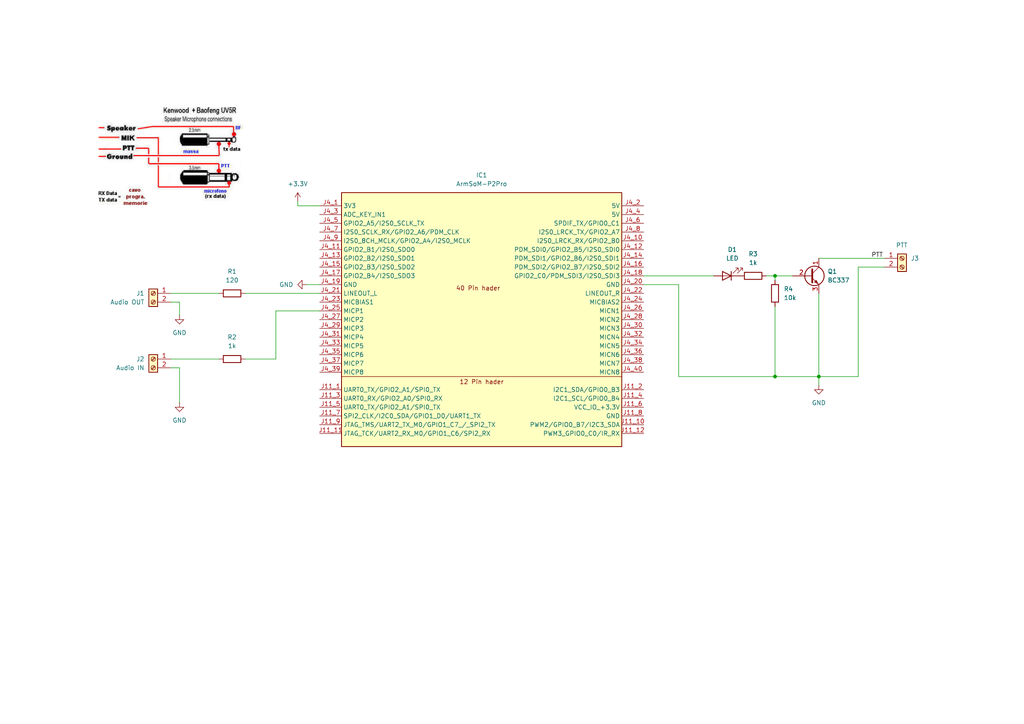
<source format=kicad_sch>
(kicad_sch
	(version 20231120)
	(generator "eeschema")
	(generator_version "8.0")
	(uuid "478d1e3c-7c84-487e-9091-8cb24ad5708c")
	(paper "A4")
	(lib_symbols
		(symbol "Connector:Screw_Terminal_01x02"
			(pin_names
				(offset 1.016) hide)
			(exclude_from_sim no)
			(in_bom yes)
			(on_board yes)
			(property "Reference" "J"
				(at 0 2.54 0)
				(effects
					(font
						(size 1.27 1.27)
					)
				)
			)
			(property "Value" "Screw_Terminal_01x02"
				(at 0 -5.08 0)
				(effects
					(font
						(size 1.27 1.27)
					)
				)
			)
			(property "Footprint" ""
				(at 0 0 0)
				(effects
					(font
						(size 1.27 1.27)
					)
					(hide yes)
				)
			)
			(property "Datasheet" "~"
				(at 0 0 0)
				(effects
					(font
						(size 1.27 1.27)
					)
					(hide yes)
				)
			)
			(property "Description" "Generic screw terminal, single row, 01x02, script generated (kicad-library-utils/schlib/autogen/connector/)"
				(at 0 0 0)
				(effects
					(font
						(size 1.27 1.27)
					)
					(hide yes)
				)
			)
			(property "ki_keywords" "screw terminal"
				(at 0 0 0)
				(effects
					(font
						(size 1.27 1.27)
					)
					(hide yes)
				)
			)
			(property "ki_fp_filters" "TerminalBlock*:*"
				(at 0 0 0)
				(effects
					(font
						(size 1.27 1.27)
					)
					(hide yes)
				)
			)
			(symbol "Screw_Terminal_01x02_1_1"
				(rectangle
					(start -1.27 1.27)
					(end 1.27 -3.81)
					(stroke
						(width 0.254)
						(type default)
					)
					(fill
						(type background)
					)
				)
				(circle
					(center 0 -2.54)
					(radius 0.635)
					(stroke
						(width 0.1524)
						(type default)
					)
					(fill
						(type none)
					)
				)
				(polyline
					(pts
						(xy -0.5334 -2.2098) (xy 0.3302 -3.048)
					)
					(stroke
						(width 0.1524)
						(type default)
					)
					(fill
						(type none)
					)
				)
				(polyline
					(pts
						(xy -0.5334 0.3302) (xy 0.3302 -0.508)
					)
					(stroke
						(width 0.1524)
						(type default)
					)
					(fill
						(type none)
					)
				)
				(polyline
					(pts
						(xy -0.3556 -2.032) (xy 0.508 -2.8702)
					)
					(stroke
						(width 0.1524)
						(type default)
					)
					(fill
						(type none)
					)
				)
				(polyline
					(pts
						(xy -0.3556 0.508) (xy 0.508 -0.3302)
					)
					(stroke
						(width 0.1524)
						(type default)
					)
					(fill
						(type none)
					)
				)
				(circle
					(center 0 0)
					(radius 0.635)
					(stroke
						(width 0.1524)
						(type default)
					)
					(fill
						(type none)
					)
				)
				(pin passive line
					(at -5.08 0 0)
					(length 3.81)
					(name "Pin_1"
						(effects
							(font
								(size 1.27 1.27)
							)
						)
					)
					(number "1"
						(effects
							(font
								(size 1.27 1.27)
							)
						)
					)
				)
				(pin passive line
					(at -5.08 -2.54 0)
					(length 3.81)
					(name "Pin_2"
						(effects
							(font
								(size 1.27 1.27)
							)
						)
					)
					(number "2"
						(effects
							(font
								(size 1.27 1.27)
							)
						)
					)
				)
			)
		)
		(symbol "Device:LED"
			(pin_numbers hide)
			(pin_names
				(offset 1.016) hide)
			(exclude_from_sim no)
			(in_bom yes)
			(on_board yes)
			(property "Reference" "D"
				(at 0 2.54 0)
				(effects
					(font
						(size 1.27 1.27)
					)
				)
			)
			(property "Value" "LED"
				(at 0 -2.54 0)
				(effects
					(font
						(size 1.27 1.27)
					)
				)
			)
			(property "Footprint" ""
				(at 0 0 0)
				(effects
					(font
						(size 1.27 1.27)
					)
					(hide yes)
				)
			)
			(property "Datasheet" "~"
				(at 0 0 0)
				(effects
					(font
						(size 1.27 1.27)
					)
					(hide yes)
				)
			)
			(property "Description" "Light emitting diode"
				(at 0 0 0)
				(effects
					(font
						(size 1.27 1.27)
					)
					(hide yes)
				)
			)
			(property "ki_keywords" "LED diode"
				(at 0 0 0)
				(effects
					(font
						(size 1.27 1.27)
					)
					(hide yes)
				)
			)
			(property "ki_fp_filters" "LED* LED_SMD:* LED_THT:*"
				(at 0 0 0)
				(effects
					(font
						(size 1.27 1.27)
					)
					(hide yes)
				)
			)
			(symbol "LED_0_1"
				(polyline
					(pts
						(xy -1.27 -1.27) (xy -1.27 1.27)
					)
					(stroke
						(width 0.254)
						(type default)
					)
					(fill
						(type none)
					)
				)
				(polyline
					(pts
						(xy -1.27 0) (xy 1.27 0)
					)
					(stroke
						(width 0)
						(type default)
					)
					(fill
						(type none)
					)
				)
				(polyline
					(pts
						(xy 1.27 -1.27) (xy 1.27 1.27) (xy -1.27 0) (xy 1.27 -1.27)
					)
					(stroke
						(width 0.254)
						(type default)
					)
					(fill
						(type none)
					)
				)
				(polyline
					(pts
						(xy -3.048 -0.762) (xy -4.572 -2.286) (xy -3.81 -2.286) (xy -4.572 -2.286) (xy -4.572 -1.524)
					)
					(stroke
						(width 0)
						(type default)
					)
					(fill
						(type none)
					)
				)
				(polyline
					(pts
						(xy -1.778 -0.762) (xy -3.302 -2.286) (xy -2.54 -2.286) (xy -3.302 -2.286) (xy -3.302 -1.524)
					)
					(stroke
						(width 0)
						(type default)
					)
					(fill
						(type none)
					)
				)
			)
			(symbol "LED_1_1"
				(pin passive line
					(at -3.81 0 0)
					(length 2.54)
					(name "K"
						(effects
							(font
								(size 1.27 1.27)
							)
						)
					)
					(number "1"
						(effects
							(font
								(size 1.27 1.27)
							)
						)
					)
				)
				(pin passive line
					(at 3.81 0 180)
					(length 2.54)
					(name "A"
						(effects
							(font
								(size 1.27 1.27)
							)
						)
					)
					(number "2"
						(effects
							(font
								(size 1.27 1.27)
							)
						)
					)
				)
			)
		)
		(symbol "Device:R"
			(pin_numbers hide)
			(pin_names
				(offset 0)
			)
			(exclude_from_sim no)
			(in_bom yes)
			(on_board yes)
			(property "Reference" "R"
				(at 2.032 0 90)
				(effects
					(font
						(size 1.27 1.27)
					)
				)
			)
			(property "Value" "R"
				(at 0 0 90)
				(effects
					(font
						(size 1.27 1.27)
					)
				)
			)
			(property "Footprint" ""
				(at -1.778 0 90)
				(effects
					(font
						(size 1.27 1.27)
					)
					(hide yes)
				)
			)
			(property "Datasheet" "~"
				(at 0 0 0)
				(effects
					(font
						(size 1.27 1.27)
					)
					(hide yes)
				)
			)
			(property "Description" "Resistor"
				(at 0 0 0)
				(effects
					(font
						(size 1.27 1.27)
					)
					(hide yes)
				)
			)
			(property "ki_keywords" "R res resistor"
				(at 0 0 0)
				(effects
					(font
						(size 1.27 1.27)
					)
					(hide yes)
				)
			)
			(property "ki_fp_filters" "R_*"
				(at 0 0 0)
				(effects
					(font
						(size 1.27 1.27)
					)
					(hide yes)
				)
			)
			(symbol "R_0_1"
				(rectangle
					(start -1.016 -2.54)
					(end 1.016 2.54)
					(stroke
						(width 0.254)
						(type default)
					)
					(fill
						(type none)
					)
				)
			)
			(symbol "R_1_1"
				(pin passive line
					(at 0 3.81 270)
					(length 1.27)
					(name "~"
						(effects
							(font
								(size 1.27 1.27)
							)
						)
					)
					(number "1"
						(effects
							(font
								(size 1.27 1.27)
							)
						)
					)
				)
				(pin passive line
					(at 0 -3.81 90)
					(length 1.27)
					(name "~"
						(effects
							(font
								(size 1.27 1.27)
							)
						)
					)
					(number "2"
						(effects
							(font
								(size 1.27 1.27)
							)
						)
					)
				)
			)
		)
		(symbol "MyLibrary:ArmSoM-P2Pro"
			(exclude_from_sim no)
			(in_bom yes)
			(on_board yes)
			(property "Reference" "IC"
				(at -17.78 38.1 0)
				(effects
					(font
						(size 1.27 1.27)
					)
					(justify left bottom)
				)
			)
			(property "Value" "ArmSoM-P2Pro"
				(at 11.938 -39.116 0)
				(effects
					(font
						(size 1.27 1.27)
					)
					(justify left top)
				)
			)
			(property "Footprint" "MyLibrary:ArmSom-P2Pro"
				(at 0 0 0)
				(effects
					(font
						(size 1.27 1.27)
					)
					(hide yes)
				)
			)
			(property "Datasheet" "https://docs.armsom.org/armsom-p2pro#source-code"
				(at 55.88 -39.116 0)
				(effects
					(font
						(size 1.27 1.27)
					)
					(hide yes)
				)
			)
			(property "Description" "ArmSoM-P2Pro Shield Interface"
				(at 0 34.544 0)
				(effects
					(font
						(size 1.27 1.27)
					)
					(hide yes)
				)
			)
			(property "ki_keywords" "raspberrypi gpio"
				(at 0 0 0)
				(effects
					(font
						(size 1.27 1.27)
					)
					(hide yes)
				)
			)
			(property "ki_fp_filters" "PinHeader*2x20*P2.54mm*Vertical* PinSocket*2x20*P2.54mm*Vertical*"
				(at 0 0 0)
				(effects
					(font
						(size 1.27 1.27)
					)
					(hide yes)
				)
			)
			(symbol "ArmSoM-P2Pro_0_1"
				(rectangle
					(start -40.64 36.83)
					(end 40.64 -36.83)
					(stroke
						(width 0.254)
						(type default)
					)
					(fill
						(type background)
					)
				)
				(polyline
					(pts
						(xy -40.64 -16.51) (xy 40.64 -16.51)
					)
					(stroke
						(width 0)
						(type default)
					)
					(fill
						(type none)
					)
				)
			)
			(symbol "ArmSoM-P2Pro_1_1"
				(text "12 Pin hader"
					(at 0 -18.034 0)
					(effects
						(font
							(size 1.27 1.27)
						)
					)
				)
				(text "40 Pin hader"
					(at -1.016 9.144 0)
					(effects
						(font
							(size 1.27 1.27)
						)
					)
				)
				(pin bidirectional line
					(at -46.99 -20.32 0)
					(length 6.35)
					(name "UART0_TX/GPIO2_A1/SPI0_TX"
						(effects
							(font
								(size 1.27 1.27)
							)
						)
					)
					(number "J11_1"
						(effects
							(font
								(size 1.27 1.27)
							)
						)
					)
				)
				(pin bidirectional line
					(at 46.99 -30.48 180)
					(length 6.35)
					(name "PWM2/GPIO0_B7/I2C3_SDA"
						(effects
							(font
								(size 1.27 1.27)
							)
						)
					)
					(number "J11_10"
						(effects
							(font
								(size 1.27 1.27)
							)
						)
					)
				)
				(pin bidirectional line
					(at -46.99 -33.02 0)
					(length 6.35)
					(name "JTAG_TCK/UART2_RX_M0/GPIO1_C6/SPI2_RX"
						(effects
							(font
								(size 1.27 1.27)
							)
						)
					)
					(number "J11_11"
						(effects
							(font
								(size 1.27 1.27)
							)
						)
					)
				)
				(pin bidirectional line
					(at 46.99 -33.02 180)
					(length 6.35)
					(name "PWM3_GPIO0_C0/IR_RX"
						(effects
							(font
								(size 1.27 1.27)
							)
						)
					)
					(number "J11_12"
						(effects
							(font
								(size 1.27 1.27)
							)
						)
					)
				)
				(pin bidirectional line
					(at 46.99 -20.32 180)
					(length 6.35)
					(name "I2C1_SDA/GPIO0_B3"
						(effects
							(font
								(size 1.27 1.27)
							)
						)
					)
					(number "J11_2"
						(effects
							(font
								(size 1.27 1.27)
							)
						)
					)
				)
				(pin bidirectional line
					(at -46.99 -22.86 0)
					(length 6.35)
					(name "UART0_RX/GPIO2_A0/SPI0_RX"
						(effects
							(font
								(size 1.27 1.27)
							)
						)
					)
					(number "J11_3"
						(effects
							(font
								(size 1.27 1.27)
							)
						)
					)
				)
				(pin bidirectional line
					(at 46.99 -22.86 180)
					(length 6.35)
					(name "I2C1_SCL/GPIO0_B4"
						(effects
							(font
								(size 1.27 1.27)
							)
						)
					)
					(number "J11_4"
						(effects
							(font
								(size 1.27 1.27)
							)
						)
					)
				)
				(pin bidirectional line
					(at -46.99 -25.4 0)
					(length 6.35)
					(name "UART0_TX/GPIO2_A1/SPI0_TX"
						(effects
							(font
								(size 1.27 1.27)
							)
						)
					)
					(number "J11_5"
						(effects
							(font
								(size 1.27 1.27)
							)
						)
					)
				)
				(pin bidirectional line
					(at 46.99 -25.4 180)
					(length 6.35)
					(name "VCC_IO_+3.3V"
						(effects
							(font
								(size 1.27 1.27)
							)
						)
					)
					(number "J11_6"
						(effects
							(font
								(size 1.27 1.27)
							)
						)
					)
				)
				(pin bidirectional line
					(at -46.99 -27.94 0)
					(length 6.35)
					(name "SPI2_CLK/I2C0_SDA/GPIO1_D0/UART1_TX"
						(effects
							(font
								(size 1.27 1.27)
							)
						)
					)
					(number "J11_7"
						(effects
							(font
								(size 1.27 1.27)
							)
						)
					)
				)
				(pin bidirectional line
					(at 46.99 -27.94 180)
					(length 6.35)
					(name "GND"
						(effects
							(font
								(size 1.27 1.27)
							)
						)
					)
					(number "J11_8"
						(effects
							(font
								(size 1.27 1.27)
							)
						)
					)
				)
				(pin bidirectional line
					(at -46.99 -30.48 0)
					(length 6.35)
					(name "JTAG_TMS/UART2_TX_M0/GPIO1_C7_/_SPI2_TX"
						(effects
							(font
								(size 1.27 1.27)
							)
						)
					)
					(number "J11_9"
						(effects
							(font
								(size 1.27 1.27)
							)
						)
					)
				)
				(pin power_in line
					(at -46.99 33.02 0)
					(length 6.35)
					(name "3V3"
						(effects
							(font
								(size 1.27 1.27)
							)
						)
					)
					(number "J4_1"
						(effects
							(font
								(size 1.27 1.27)
							)
						)
					)
				)
				(pin bidirectional line
					(at 46.99 22.86 180)
					(length 6.35)
					(name "I2S0_LRCK_RX/GPIO2_B0"
						(effects
							(font
								(size 1.27 1.27)
							)
						)
					)
					(number "J4_10"
						(effects
							(font
								(size 1.27 1.27)
							)
						)
					)
				)
				(pin bidirectional line
					(at -46.99 20.32 0)
					(length 6.35)
					(name "GPIO2_B1/I2S0_SDO0"
						(effects
							(font
								(size 1.27 1.27)
							)
						)
					)
					(number "J4_11"
						(effects
							(font
								(size 1.27 1.27)
							)
						)
					)
				)
				(pin bidirectional line
					(at 46.99 20.32 180)
					(length 6.35)
					(name "PDM_SDI0/GPIO2_B5/I2S0_SDI0"
						(effects
							(font
								(size 1.27 1.27)
							)
						)
					)
					(number "J4_12"
						(effects
							(font
								(size 1.27 1.27)
							)
						)
					)
				)
				(pin bidirectional line
					(at -46.99 17.78 0)
					(length 6.35)
					(name "GPIO2_B2/I2S0_SDO1"
						(effects
							(font
								(size 1.27 1.27)
							)
						)
					)
					(number "J4_13"
						(effects
							(font
								(size 1.27 1.27)
							)
						)
					)
				)
				(pin bidirectional line
					(at 46.99 17.78 180)
					(length 6.35)
					(name "PDM_SDI1/GPIO2_B6/I2S0_SDI1"
						(effects
							(font
								(size 1.27 1.27)
							)
						)
					)
					(number "J4_14"
						(effects
							(font
								(size 1.27 1.27)
							)
						)
					)
				)
				(pin bidirectional line
					(at -46.99 15.24 0)
					(length 6.35)
					(name "GPIO2_B3/I2S0_SDO2"
						(effects
							(font
								(size 1.27 1.27)
							)
						)
					)
					(number "J4_15"
						(effects
							(font
								(size 1.27 1.27)
							)
						)
					)
				)
				(pin bidirectional line
					(at 46.99 15.24 180)
					(length 6.35)
					(name "PDM_SDI2/GPIO2_B7/I2S0_SDI2"
						(effects
							(font
								(size 1.27 1.27)
							)
						)
					)
					(number "J4_16"
						(effects
							(font
								(size 1.27 1.27)
							)
						)
					)
				)
				(pin bidirectional line
					(at -46.99 12.7 0)
					(length 6.35)
					(name "GPIO2_B4/I2S0_SDO3"
						(effects
							(font
								(size 1.27 1.27)
							)
						)
					)
					(number "J4_17"
						(effects
							(font
								(size 1.27 1.27)
							)
						)
					)
				)
				(pin bidirectional line
					(at 46.99 12.7 180)
					(length 6.35)
					(name "GPIO2_C0/PDM_SDI3/I2S0_SDI3"
						(effects
							(font
								(size 1.27 1.27)
							)
						)
					)
					(number "J4_18"
						(effects
							(font
								(size 1.27 1.27)
							)
						)
					)
				)
				(pin power_in line
					(at -46.99 10.16 0)
					(length 6.35)
					(name "GND"
						(effects
							(font
								(size 1.27 1.27)
							)
						)
					)
					(number "J4_19"
						(effects
							(font
								(size 1.27 1.27)
							)
						)
					)
				)
				(pin power_in line
					(at 46.99 33.02 180)
					(length 6.35)
					(name "5V"
						(effects
							(font
								(size 1.27 1.27)
							)
						)
					)
					(number "J4_2"
						(effects
							(font
								(size 1.27 1.27)
							)
						)
					)
				)
				(pin power_in line
					(at 46.99 10.16 180)
					(length 6.35)
					(name "GND"
						(effects
							(font
								(size 1.27 1.27)
							)
						)
					)
					(number "J4_20"
						(effects
							(font
								(size 1.27 1.27)
							)
						)
					)
				)
				(pin bidirectional line
					(at -46.99 7.62 0)
					(length 6.35)
					(name "LINEOUT_L"
						(effects
							(font
								(size 1.27 1.27)
							)
						)
					)
					(number "J4_21"
						(effects
							(font
								(size 1.27 1.27)
							)
						)
					)
				)
				(pin bidirectional line
					(at 46.99 7.62 180)
					(length 6.35)
					(name "LINEOUT_R"
						(effects
							(font
								(size 1.27 1.27)
							)
						)
					)
					(number "J4_22"
						(effects
							(font
								(size 1.27 1.27)
							)
						)
					)
				)
				(pin bidirectional line
					(at -46.99 5.08 0)
					(length 6.35)
					(name "MICBIAS1"
						(effects
							(font
								(size 1.27 1.27)
							)
						)
					)
					(number "J4_23"
						(effects
							(font
								(size 1.27 1.27)
							)
						)
					)
				)
				(pin bidirectional line
					(at 46.99 5.08 180)
					(length 6.35)
					(name "MICBIAS2"
						(effects
							(font
								(size 1.27 1.27)
							)
						)
					)
					(number "J4_24"
						(effects
							(font
								(size 1.27 1.27)
							)
						)
					)
				)
				(pin bidirectional line
					(at -46.99 2.54 0)
					(length 6.35)
					(name "MICP1"
						(effects
							(font
								(size 1.27 1.27)
							)
						)
					)
					(number "J4_25"
						(effects
							(font
								(size 1.27 1.27)
							)
						)
					)
				)
				(pin bidirectional line
					(at 46.99 2.54 180)
					(length 6.35)
					(name "MICN1"
						(effects
							(font
								(size 1.27 1.27)
							)
						)
					)
					(number "J4_26"
						(effects
							(font
								(size 1.27 1.27)
							)
						)
					)
				)
				(pin bidirectional line
					(at -46.99 0 0)
					(length 6.35)
					(name "MICP2"
						(effects
							(font
								(size 1.27 1.27)
							)
						)
					)
					(number "J4_27"
						(effects
							(font
								(size 1.27 1.27)
							)
						)
					)
				)
				(pin bidirectional line
					(at 46.99 0 180)
					(length 6.35)
					(name "MICN2"
						(effects
							(font
								(size 1.27 1.27)
							)
						)
					)
					(number "J4_28"
						(effects
							(font
								(size 1.27 1.27)
							)
						)
					)
				)
				(pin bidirectional line
					(at -46.99 -2.54 0)
					(length 6.35)
					(name "MICP3"
						(effects
							(font
								(size 1.27 1.27)
							)
						)
					)
					(number "J4_29"
						(effects
							(font
								(size 1.27 1.27)
							)
						)
					)
				)
				(pin bidirectional line
					(at -46.99 30.48 0)
					(length 6.35)
					(name "ADC_KEY_IN1"
						(effects
							(font
								(size 1.27 1.27)
							)
						)
					)
					(number "J4_3"
						(effects
							(font
								(size 1.27 1.27)
							)
						)
					)
				)
				(pin bidirectional line
					(at 46.99 -2.54 180)
					(length 6.35)
					(name "MICN3"
						(effects
							(font
								(size 1.27 1.27)
							)
						)
					)
					(number "J4_30"
						(effects
							(font
								(size 1.27 1.27)
							)
						)
					)
				)
				(pin bidirectional line
					(at -46.99 -5.08 0)
					(length 6.35)
					(name "MICP4"
						(effects
							(font
								(size 1.27 1.27)
							)
						)
					)
					(number "J4_31"
						(effects
							(font
								(size 1.27 1.27)
							)
						)
					)
				)
				(pin bidirectional line
					(at 46.99 -5.08 180)
					(length 6.35)
					(name "MICN4"
						(effects
							(font
								(size 1.27 1.27)
							)
						)
					)
					(number "J4_32"
						(effects
							(font
								(size 1.27 1.27)
							)
						)
					)
				)
				(pin bidirectional line
					(at -46.99 -7.62 0)
					(length 6.35)
					(name "MICP5"
						(effects
							(font
								(size 1.27 1.27)
							)
						)
					)
					(number "J4_33"
						(effects
							(font
								(size 1.27 1.27)
							)
						)
					)
				)
				(pin bidirectional line
					(at 46.99 -7.62 180)
					(length 6.35)
					(name "MICN5"
						(effects
							(font
								(size 1.27 1.27)
							)
						)
					)
					(number "J4_34"
						(effects
							(font
								(size 1.27 1.27)
							)
						)
					)
				)
				(pin bidirectional line
					(at -46.99 -10.16 0)
					(length 6.35)
					(name "MICP6"
						(effects
							(font
								(size 1.27 1.27)
							)
						)
					)
					(number "J4_35"
						(effects
							(font
								(size 1.27 1.27)
							)
						)
					)
				)
				(pin bidirectional line
					(at 46.99 -10.16 180)
					(length 6.35)
					(name "MICN6"
						(effects
							(font
								(size 1.27 1.27)
							)
						)
					)
					(number "J4_36"
						(effects
							(font
								(size 1.27 1.27)
							)
						)
					)
				)
				(pin bidirectional line
					(at -46.99 -12.7 0)
					(length 6.35)
					(name "MICP7"
						(effects
							(font
								(size 1.27 1.27)
							)
						)
					)
					(number "J4_37"
						(effects
							(font
								(size 1.27 1.27)
							)
						)
					)
				)
				(pin bidirectional line
					(at 46.99 -12.7 180)
					(length 6.35)
					(name "MICN7"
						(effects
							(font
								(size 1.27 1.27)
							)
						)
					)
					(number "J4_38"
						(effects
							(font
								(size 1.27 1.27)
							)
						)
					)
				)
				(pin bidirectional line
					(at -46.99 -15.24 0)
					(length 6.35)
					(name "MICP8"
						(effects
							(font
								(size 1.27 1.27)
							)
						)
					)
					(number "J4_39"
						(effects
							(font
								(size 1.27 1.27)
							)
						)
					)
				)
				(pin power_in line
					(at 46.99 30.48 180)
					(length 6.35)
					(name "5V"
						(effects
							(font
								(size 1.27 1.27)
							)
						)
					)
					(number "J4_4"
						(effects
							(font
								(size 1.27 1.27)
							)
						)
					)
				)
				(pin bidirectional line
					(at 46.99 -15.24 180)
					(length 6.35)
					(name "MICN8"
						(effects
							(font
								(size 1.27 1.27)
							)
						)
					)
					(number "J4_40"
						(effects
							(font
								(size 1.27 1.27)
							)
						)
					)
				)
				(pin bidirectional line
					(at -46.99 27.94 0)
					(length 6.35)
					(name "GPIO2_A5/I2S0_SCLK_TX"
						(effects
							(font
								(size 1.27 1.27)
							)
						)
					)
					(number "J4_5"
						(effects
							(font
								(size 1.27 1.27)
							)
						)
					)
				)
				(pin bidirectional line
					(at 46.99 27.94 180)
					(length 6.35)
					(name "SPDIF_TX/GPIO0_C1"
						(effects
							(font
								(size 1.27 1.27)
							)
						)
					)
					(number "J4_6"
						(effects
							(font
								(size 1.27 1.27)
							)
						)
					)
				)
				(pin bidirectional line
					(at -46.99 25.4 0)
					(length 6.35)
					(name "I2S0_SCLK_RX/GPIO2_A6/PDM_CLK"
						(effects
							(font
								(size 1.27 1.27)
							)
						)
					)
					(number "J4_7"
						(effects
							(font
								(size 1.27 1.27)
							)
						)
					)
				)
				(pin bidirectional line
					(at 46.99 25.4 180)
					(length 6.35)
					(name "I2S0_LRCK_TX/GPIO2_A7"
						(effects
							(font
								(size 1.27 1.27)
							)
						)
					)
					(number "J4_8"
						(effects
							(font
								(size 1.27 1.27)
							)
						)
					)
				)
				(pin bidirectional line
					(at -46.99 22.86 0)
					(length 6.35)
					(name "I2S0_8CH_MCLK/GPIO2_A4/I2S0_MCLK"
						(effects
							(font
								(size 1.27 1.27)
							)
						)
					)
					(number "J4_9"
						(effects
							(font
								(size 1.27 1.27)
							)
						)
					)
				)
			)
		)
		(symbol "Transistor_BJT:BC337"
			(pin_names
				(offset 0) hide)
			(exclude_from_sim no)
			(in_bom yes)
			(on_board yes)
			(property "Reference" "Q"
				(at 5.08 1.905 0)
				(effects
					(font
						(size 1.27 1.27)
					)
					(justify left)
				)
			)
			(property "Value" "BC337"
				(at 5.08 0 0)
				(effects
					(font
						(size 1.27 1.27)
					)
					(justify left)
				)
			)
			(property "Footprint" "Package_TO_SOT_THT:TO-92_Inline"
				(at 5.08 -1.905 0)
				(effects
					(font
						(size 1.27 1.27)
						(italic yes)
					)
					(justify left)
					(hide yes)
				)
			)
			(property "Datasheet" "https://diotec.com/tl_files/diotec/files/pdf/datasheets/bc337.pdf"
				(at 0 0 0)
				(effects
					(font
						(size 1.27 1.27)
					)
					(justify left)
					(hide yes)
				)
			)
			(property "Description" "0.8A Ic, 45V Vce, NPN Transistor, TO-92"
				(at 0 0 0)
				(effects
					(font
						(size 1.27 1.27)
					)
					(hide yes)
				)
			)
			(property "ki_keywords" "NPN Transistor"
				(at 0 0 0)
				(effects
					(font
						(size 1.27 1.27)
					)
					(hide yes)
				)
			)
			(property "ki_fp_filters" "TO?92*"
				(at 0 0 0)
				(effects
					(font
						(size 1.27 1.27)
					)
					(hide yes)
				)
			)
			(symbol "BC337_0_1"
				(polyline
					(pts
						(xy 0 0) (xy 0.635 0)
					)
					(stroke
						(width 0)
						(type default)
					)
					(fill
						(type none)
					)
				)
				(polyline
					(pts
						(xy 0.635 0.635) (xy 2.54 2.54)
					)
					(stroke
						(width 0)
						(type default)
					)
					(fill
						(type none)
					)
				)
				(polyline
					(pts
						(xy 0.635 -0.635) (xy 2.54 -2.54) (xy 2.54 -2.54)
					)
					(stroke
						(width 0)
						(type default)
					)
					(fill
						(type none)
					)
				)
				(polyline
					(pts
						(xy 0.635 1.905) (xy 0.635 -1.905) (xy 0.635 -1.905)
					)
					(stroke
						(width 0.508)
						(type default)
					)
					(fill
						(type none)
					)
				)
				(polyline
					(pts
						(xy 1.27 -1.778) (xy 1.778 -1.27) (xy 2.286 -2.286) (xy 1.27 -1.778) (xy 1.27 -1.778)
					)
					(stroke
						(width 0)
						(type default)
					)
					(fill
						(type outline)
					)
				)
				(circle
					(center 1.27 0)
					(radius 2.8194)
					(stroke
						(width 0.254)
						(type default)
					)
					(fill
						(type none)
					)
				)
			)
			(symbol "BC337_1_1"
				(pin passive line
					(at 2.54 5.08 270)
					(length 2.54)
					(name "C"
						(effects
							(font
								(size 1.27 1.27)
							)
						)
					)
					(number "1"
						(effects
							(font
								(size 1.27 1.27)
							)
						)
					)
				)
				(pin input line
					(at -5.08 0 0)
					(length 5.08)
					(name "B"
						(effects
							(font
								(size 1.27 1.27)
							)
						)
					)
					(number "2"
						(effects
							(font
								(size 1.27 1.27)
							)
						)
					)
				)
				(pin passive line
					(at 2.54 -5.08 90)
					(length 2.54)
					(name "E"
						(effects
							(font
								(size 1.27 1.27)
							)
						)
					)
					(number "3"
						(effects
							(font
								(size 1.27 1.27)
							)
						)
					)
				)
			)
		)
		(symbol "power:+3.3V"
			(power)
			(pin_numbers hide)
			(pin_names
				(offset 0) hide)
			(exclude_from_sim no)
			(in_bom yes)
			(on_board yes)
			(property "Reference" "#PWR"
				(at 0 -3.81 0)
				(effects
					(font
						(size 1.27 1.27)
					)
					(hide yes)
				)
			)
			(property "Value" "+3.3V"
				(at 0 3.556 0)
				(effects
					(font
						(size 1.27 1.27)
					)
				)
			)
			(property "Footprint" ""
				(at 0 0 0)
				(effects
					(font
						(size 1.27 1.27)
					)
					(hide yes)
				)
			)
			(property "Datasheet" ""
				(at 0 0 0)
				(effects
					(font
						(size 1.27 1.27)
					)
					(hide yes)
				)
			)
			(property "Description" "Power symbol creates a global label with name \"+3.3V\""
				(at 0 0 0)
				(effects
					(font
						(size 1.27 1.27)
					)
					(hide yes)
				)
			)
			(property "ki_keywords" "global power"
				(at 0 0 0)
				(effects
					(font
						(size 1.27 1.27)
					)
					(hide yes)
				)
			)
			(symbol "+3.3V_0_1"
				(polyline
					(pts
						(xy -0.762 1.27) (xy 0 2.54)
					)
					(stroke
						(width 0)
						(type default)
					)
					(fill
						(type none)
					)
				)
				(polyline
					(pts
						(xy 0 0) (xy 0 2.54)
					)
					(stroke
						(width 0)
						(type default)
					)
					(fill
						(type none)
					)
				)
				(polyline
					(pts
						(xy 0 2.54) (xy 0.762 1.27)
					)
					(stroke
						(width 0)
						(type default)
					)
					(fill
						(type none)
					)
				)
			)
			(symbol "+3.3V_1_1"
				(pin power_in line
					(at 0 0 90)
					(length 0)
					(name "~"
						(effects
							(font
								(size 1.27 1.27)
							)
						)
					)
					(number "1"
						(effects
							(font
								(size 1.27 1.27)
							)
						)
					)
				)
			)
		)
		(symbol "power:GND"
			(power)
			(pin_numbers hide)
			(pin_names
				(offset 0) hide)
			(exclude_from_sim no)
			(in_bom yes)
			(on_board yes)
			(property "Reference" "#PWR"
				(at 0 -6.35 0)
				(effects
					(font
						(size 1.27 1.27)
					)
					(hide yes)
				)
			)
			(property "Value" "GND"
				(at 0 -3.81 0)
				(effects
					(font
						(size 1.27 1.27)
					)
				)
			)
			(property "Footprint" ""
				(at 0 0 0)
				(effects
					(font
						(size 1.27 1.27)
					)
					(hide yes)
				)
			)
			(property "Datasheet" ""
				(at 0 0 0)
				(effects
					(font
						(size 1.27 1.27)
					)
					(hide yes)
				)
			)
			(property "Description" "Power symbol creates a global label with name \"GND\" , ground"
				(at 0 0 0)
				(effects
					(font
						(size 1.27 1.27)
					)
					(hide yes)
				)
			)
			(property "ki_keywords" "global power"
				(at 0 0 0)
				(effects
					(font
						(size 1.27 1.27)
					)
					(hide yes)
				)
			)
			(symbol "GND_0_1"
				(polyline
					(pts
						(xy 0 0) (xy 0 -1.27) (xy 1.27 -1.27) (xy 0 -2.54) (xy -1.27 -1.27) (xy 0 -1.27)
					)
					(stroke
						(width 0)
						(type default)
					)
					(fill
						(type none)
					)
				)
			)
			(symbol "GND_1_1"
				(pin power_in line
					(at 0 0 270)
					(length 0)
					(name "~"
						(effects
							(font
								(size 1.27 1.27)
							)
						)
					)
					(number "1"
						(effects
							(font
								(size 1.27 1.27)
							)
						)
					)
				)
			)
		)
	)
	(junction
		(at 224.79 109.22)
		(diameter 0)
		(color 0 0 0 0)
		(uuid "1e4add09-f253-427f-9c78-e30c117b189a")
	)
	(junction
		(at 237.49 109.22)
		(diameter 0)
		(color 0 0 0 0)
		(uuid "4da2cf5e-e8e3-438e-9948-55d3aa36b695")
	)
	(junction
		(at 224.79 80.01)
		(diameter 0)
		(color 0 0 0 0)
		(uuid "7728d430-f3ac-4088-9d78-f1b8f5f7a62f")
	)
	(wire
		(pts
			(xy 196.85 109.22) (xy 224.79 109.22)
		)
		(stroke
			(width 0)
			(type default)
		)
		(uuid "135c7104-2df5-4834-8588-fe9ef99cc5a0")
	)
	(wire
		(pts
			(xy 80.01 90.17) (xy 92.71 90.17)
		)
		(stroke
			(width 0)
			(type default)
		)
		(uuid "230396aa-4d89-44db-b8e4-e97776ad5b10")
	)
	(wire
		(pts
			(xy 80.01 104.14) (xy 80.01 90.17)
		)
		(stroke
			(width 0)
			(type default)
		)
		(uuid "23df2ea0-0f6f-4168-a2fa-225543f3e659")
	)
	(wire
		(pts
			(xy 186.69 82.55) (xy 196.85 82.55)
		)
		(stroke
			(width 0)
			(type default)
		)
		(uuid "35e0abf8-b9db-4fae-ba71-ba91c9679b0a")
	)
	(wire
		(pts
			(xy 224.79 109.22) (xy 237.49 109.22)
		)
		(stroke
			(width 0)
			(type default)
		)
		(uuid "436a7e88-b509-4947-9877-fa460653a26b")
	)
	(wire
		(pts
			(xy 237.49 74.93) (xy 256.54 74.93)
		)
		(stroke
			(width 0)
			(type default)
		)
		(uuid "5aeb451a-caf4-4898-aab4-ef9774f9542c")
	)
	(wire
		(pts
			(xy 224.79 80.01) (xy 224.79 81.28)
		)
		(stroke
			(width 0)
			(type default)
		)
		(uuid "69068a11-09a6-49a6-abc2-60ce23c27928")
	)
	(wire
		(pts
			(xy 86.36 58.42) (xy 86.36 59.69)
		)
		(stroke
			(width 0)
			(type default)
		)
		(uuid "71685dde-076e-4b0a-9ece-ee00a1b02dca")
	)
	(wire
		(pts
			(xy 256.54 77.47) (xy 248.92 77.47)
		)
		(stroke
			(width 0)
			(type default)
		)
		(uuid "71f10ec1-475a-4880-85b4-dd89f4bbe63d")
	)
	(wire
		(pts
			(xy 186.69 80.01) (xy 207.01 80.01)
		)
		(stroke
			(width 0)
			(type default)
		)
		(uuid "7614843e-ca7e-40c8-a36f-fc70d235c018")
	)
	(wire
		(pts
			(xy 71.12 104.14) (xy 80.01 104.14)
		)
		(stroke
			(width 0)
			(type default)
		)
		(uuid "8358a010-1cd2-494b-8487-d42ef1184379")
	)
	(wire
		(pts
			(xy 49.53 104.14) (xy 63.5 104.14)
		)
		(stroke
			(width 0)
			(type default)
		)
		(uuid "909f8fd6-5e32-4ae8-b7a6-f886ef5902f3")
	)
	(wire
		(pts
			(xy 222.25 80.01) (xy 224.79 80.01)
		)
		(stroke
			(width 0)
			(type default)
		)
		(uuid "93b9ac90-f089-4263-b53c-70049e5897a1")
	)
	(wire
		(pts
			(xy 71.12 85.09) (xy 92.71 85.09)
		)
		(stroke
			(width 0)
			(type default)
		)
		(uuid "96b00724-b57e-4487-b91d-51db879cfbbd")
	)
	(wire
		(pts
			(xy 63.5 85.09) (xy 49.53 85.09)
		)
		(stroke
			(width 0)
			(type default)
		)
		(uuid "98976345-f9ba-4f6c-a5fe-d38cd3307484")
	)
	(wire
		(pts
			(xy 52.07 106.68) (xy 52.07 116.84)
		)
		(stroke
			(width 0)
			(type default)
		)
		(uuid "9a9abeac-f339-4225-bc3c-cbc72b10f004")
	)
	(wire
		(pts
			(xy 88.9 82.55) (xy 92.71 82.55)
		)
		(stroke
			(width 0)
			(type default)
		)
		(uuid "a850db22-ae56-4d53-b425-a35b9aa88338")
	)
	(wire
		(pts
			(xy 86.36 59.69) (xy 92.71 59.69)
		)
		(stroke
			(width 0)
			(type default)
		)
		(uuid "ab1bf1cd-4f36-42a4-b6d2-f23316449f04")
	)
	(wire
		(pts
			(xy 52.07 87.63) (xy 52.07 91.44)
		)
		(stroke
			(width 0)
			(type default)
		)
		(uuid "ca6c95bd-c7b6-445d-a62a-b700a8652439")
	)
	(wire
		(pts
			(xy 224.79 88.9) (xy 224.79 109.22)
		)
		(stroke
			(width 0)
			(type default)
		)
		(uuid "cb1e17aa-8d8b-41e7-a673-a7dd33ad46e1")
	)
	(wire
		(pts
			(xy 224.79 80.01) (xy 229.87 80.01)
		)
		(stroke
			(width 0)
			(type default)
		)
		(uuid "cd6e70e5-36e2-48e2-8dde-aad44f2f1b67")
	)
	(wire
		(pts
			(xy 237.49 85.09) (xy 237.49 109.22)
		)
		(stroke
			(width 0)
			(type default)
		)
		(uuid "d1671583-20fe-44b8-9164-af496c326e40")
	)
	(wire
		(pts
			(xy 237.49 111.76) (xy 237.49 109.22)
		)
		(stroke
			(width 0)
			(type default)
		)
		(uuid "d1edb0a7-9684-4e20-ab77-e8a2814f435f")
	)
	(wire
		(pts
			(xy 196.85 109.22) (xy 196.85 82.55)
		)
		(stroke
			(width 0)
			(type default)
		)
		(uuid "d36babf6-5eef-4e65-bd6f-529f2f0df68f")
	)
	(wire
		(pts
			(xy 237.49 109.22) (xy 248.92 109.22)
		)
		(stroke
			(width 0)
			(type default)
		)
		(uuid "ecb690cd-ed18-436f-a3db-416b2254a8cd")
	)
	(wire
		(pts
			(xy 49.53 87.63) (xy 52.07 87.63)
		)
		(stroke
			(width 0)
			(type default)
		)
		(uuid "f5c40a91-07f7-41d8-a99b-2ab790357d98")
	)
	(wire
		(pts
			(xy 49.53 106.68) (xy 52.07 106.68)
		)
		(stroke
			(width 0)
			(type default)
		)
		(uuid "ff16b9b2-1cef-44fb-b185-986538b56402")
	)
	(wire
		(pts
			(xy 248.92 77.47) (xy 248.92 109.22)
		)
		(stroke
			(width 0)
			(type default)
		)
		(uuid "ffb9a9bf-43af-4940-bcfd-4fade7d64969")
	)
	(image
		(at 49.53 45.72)
		(scale 0.51572)
		(uuid "4d503b17-f308-4501-8c24-9baafda62d7c")
		(data "/9j/4AAQSkZJRgABAQEAYABgAAD/2wBDAAMCAgMCAgMDAwMEAwMEBQgFBQQEBQoHBwYIDAoMDAsK"
			"CwsNDhIQDQ4RDgsLEBYQERMUFRUVDA8XGBYUGBIUFRT/2wBDAQMEBAUEBQkFBQkUDQsNFBQUFBQU"
			"FBQUFBQUFBQUFBQUFBQUFBQUFBQUFBQUFBQUFBQUFBQUFBQUFBQUFBQUFBT/wAARCADXATMDAREA"
			"AhEBAxEB/8QAHgABAAAHAQEBAAAAAAAAAAAAAAECAwUGBwgECQr/xABoEAABAwMCAwMDDQcMDAoK"
			"AwABAgMEBQYRAAcIEiETMUEUIlEJFRYXGDJWYXGBldLTGSNCUlRVlCQ1V3SEkZKhscHi8CUmMzY4"
			"U2JygrK00TdDREZkZXOFosMnNEVYY3WTo7PhwtTx/8QAHAEBAAEFAQEAAAAAAAAAAAAAAAECAwQF"
			"BgcI/8QATxEAAQIDAwQLCwkHBAIDAAAAAAECAwQRBRIhBjFBkgcTFRdRUlNhk7HSFBYiMlRicYGi"
			"wfA0QnKCkaGj0+IjMzZDVbPRRIOy8SThNWPC/9oADAMBAAIRAxEAPwD6p6AaAaAgru0BHQDQDQDQ"
			"DQDQDQDQDQDQDQDQFGUoJayTgZ66A4C4o+JOsbZ74XpZVOrT1Fqd1QrcpkGtPNrXDtyM7ImtTJ6z"
			"kBCwXmeXqObLZz5ugNmbtcS6OGX2N7e0GhvXfPo9vJm1B6r16PEdagMEMNudo7gSZbnZqWG/NK+V"
			"RGcYAFqn8fKIdbqT9NsWoVawaXJonrjdnlSG0MQqrGjuxXhHUO0KuaSlKkHrgDzuY8qQMpicYdNf"
			"v+07VkwPI61XLorNsy223wtunuU9RAWtRSApbyXIhSkH/lDYyeVSVAYsrjrrNw2xDrFo7V1O4o8O"
			"iMXJXmBUWo71KhSC6YoQlSQZDjjDLj/IggBIwVnOdAey7+OBdGl1Wq2zY9Suvb2hxYE2t3RGkJjm"
			"ExMYblMlqOpPO8Ex3m1q6o5Uq5ffJ5iBg3EzxZ1ytRLgodp0KexbVGu6j0Q33EmtoacqAkMyXYyW"
			"McykJQAC5kpJ7/NUCQOzbmr0Gz7cq9dqDi2qdS4rk+U4G1OYabQVqISnqpQT1AHjjHXOgOauETjK"
			"p3EHel9W0qrSp9Sj1WdNozJp3k/JR23GkNBavelYU7gpX5+ASeo0ByfunuNSYdS3oqcu5r7i7nQL"
			"/mxLdqMKbNapERluTHS0h9RUmMhtJLqVAnm5eTxxoDsK/uLeubfbtUO2ZNkFy3ajWafQBX5FWYiO"
			"y5crkw7ChLBcfjoU62FOJOCcgHzFAgWy3eNqo3TUaXJY23nuWFc9Rk0a1bkk1BtLdWnNpdUy2pkp"
			"U400+WXEIdIV3dUDziANMcOvENXNp9lKJXp9FlXRuBuLXakqKK1dyWIksRX3jJkFbyQ1DSnHZJSA"
			"StSEqIAxoDZEz1QiZIopn2pt1PuVhu01XbNcNRZjiAyzNkxZiHM5C1MqiKUFIyHAc4TjKwL3ujx1"
			"S7MZuCdam3s+8qDbtvQbhrFTVOZh+SImoK4KFNKKlL5kpytSTlGFHkOgMp4ornqzDeyqYkx+A1VN"
			"yaLHlpYcwHWVIkLU05jBUgrbQMEecEg564AGneKC57rtndi/p1v1Cp9nZtsW7d6aXFkL7F4RqrJL"
			"7boQR97Uyp0rA6lKAMHGNAVd7bnubcOs74z7aduGs2/Bh0C0Ka1Z7jrzrxkOpmTpDSEqx2yGnm0p"
			"WCEhKk8xISQANZ35d1m0SzrVoUmJf1nU6JuJ5Ld9En16ZPqTZFOdWyG32XVqU2tCm1ENqx5oOD5p"
			"IHRnAXNdrlMveq0CdcdR2sk1dBtF+6ZCnpam0spRM5VLJcLYkJWkc/Ucv43PoDrkHJ+LQEdANANA"
			"NANANANANANANANANANANANANANAU3gCjqM/FoDRd7cOFK3Drm7T9bkIk0y+7ep9DW2lgB6IWDKP"
			"apJ6FQMhpac/hNA+GgNQ3NwU3NXl2jWE31Q5V4wbZFqVip3BarVWYltoWeymNNPOE+VN+cC4tSg4"
			"EglIBUkgZBcfBxLrNk7mW8i7lKRdr9tvNzZNPBcZ9a0RG1do2haErU6IYOAEAKcwAAkHQHg3T4KJ"
			"O4lzbr1OPdaaR7LUw36VGbgZbpE5C4qpEkBKkqW4763xsqCk9Svv5MkD13vwf3CiVWG9tL7Ysql3"
			"BbkC1q1GqFGFRdciRWXWWXWXCtvld7FfIUYwSSc5SAALTcHBBXWRXbctTcL2O7cXPTqdT67SZFK8"
			"omiPChNw0IjySoY7VlgJWVIHLnIBzy6AjuHwR1q4KpcVMo99RqTt9V7ph3abeNKL0hma2WUyR5T2"
			"hJQpDRWkFHRa2xkJSecDrtlPPJWpbbg6no53Ad38fU9Piz4aAw/bzaym7Vt3WaS/LfXcNakV+SiY"
			"72oTJeIK+zHgPNGE9OuOo0BzhWuFTdYM7oWrQdw7epdgbgVip1WcpyhuyKm2iegJeaSefszhJKOb"
			"AISQofi6A8dV4D60bwqdVol8RIkI1mlVqnOT7eam1Rl6B2KW465XMlRjITHQUtIDfnKUnmCRlwDI"
			"LH4O65bVasSjvX0iftRZNeXX7foCKUET23vv/YtvSy4e0aa7ckEJytKiD70K0BZ1cCc6HtXtjS6V"
			"cNGkXVYcupPMTa5QEzKfPYmvvOLYeiqcJ83tU8quZXKps4SCQpIF/p3B5UIFNuiO5drNQfrW3cux"
			"nXjRW4aG3X5Ut8yEMMkIQylUwpDKT0Q0BzKOSAOZOJq0KltnUrt27t+v1qNVbns6hUFVKetNclq5"
			"34bQYa8gktOLDHKO0S6HgeXPQuDCmwO6t5NopG8G3sKmR6mbcuSkVCDW6PWExDJTCnRnApDhaJTz"
			"pwVoKSAAFqxnlyAMU244b6mxL3ErW5VfjXdXb3pzVHqDcSEqJBi09tlbRjspK1kpX2ji1qPLlSiQ"
			"lOckCz2VwlVmxNgEWJC3DnsXcKuitm8YcBSVuyUOt9j2sftMOI7JlllTZcAKEdSAkjQHhtXhIuAX"
			"fRrruO8YtXub2YC66w7Bp3k8VzlgLhIisIJJSlPmDnUVFQ5yUggEgbT2T2SOzd2X47TZ6FW3ctXT"
			"W4lGTG7L1tkONASwDzHmS44kLAGAj3uMJGgNyjw0BNoBoBoBoBoBoBoBoBoBoBoBoBoBoBoBoBoC"
			"Vfd079Aao3n3Eq1mLt6nW3Aps+47jnKgQPXeYuLFSUMuuqLi0JUr3rSgAkZJIGgPNQN9aF2NvU+5"
			"ZEa0rqqrYQKBUZCUSPKA8WSAPwkqcSQheBnocYI0BeXt77FSzcnlN00uILedSxVe1fT+o1qVyJQs"
			"enm8wj8YKT4aA8tK3ttus3IYsWpQ3qXIgUyZT6mJKS1OVOfmtIQj0kCGo/GCfxdAVmOITbiVT25j"
			"N7UZ1g1IUdDomJwucUlQj/8AaFIJCfl9GgLTI3qiwd46tZE+A7FjU63U19NWLmG3khxSHWuvQLQA"
			"2Sc/8YNAWnbbicoFyWVGuq41wrMprtOizlJqM9JdjqflSGEtuI6cqSpgBCvwiVjCeTzgMylb77fR"
			"2pCX7zo7Jjxmpj5MtI5GXQ12ayfAK7drH+enQFNe+G35qtDpirxpHl1daZk0xjypIXKbdI7Jxv0h"
			"Zxg/jaAs1ncR9k3JalRrEu4aXSXKSwJFYjOzE81PSXS2kuHwCiDy+knHjoC9L362+ak0aI7eNHEu"
			"uNtrprCZaVLlIdWttstD8IFSFJB8Sgjw0Beba3Itq7a1XaXRq7CqlRo73k8+JGeClxnSpSeVePe5"
			"U2sfKhWgLI5vzYHrZcU72Z0gw7feQxVXvKQURFrdLSUrPp7QFOPEpx46AmVvjYortGpBvCjirVxl"
			"mTTIokpUuY25z9mtsfhhXZOch8ShQ8NAeOPvjt3UaZU6wxeFFkU6jKaTOkolJWIpdylsKP4JX1AV"
			"+EUqH4OgPRVN9tv4C6e1Ju6jh2qQE1ansmSOaTGKC4h5CfwuZKVKGO/CcdcaAs9v8R9k1i103RIr"
			"1Lp9tyoUOZHmvTEdfKFyEcikfgnmjr5T3LKVeKToDJVbz2Oi4mqD7KaR69PM9u3DE1PMpvsg9zE+"
			"ADagvP4qubx0Bc7A3HtzcalLqltVmJXKalwsGTDdDiUuBKVcqiO5RSpKsegg+OgMtB0BHQDQDQDQ"
			"DQDQDQDQDQDQDQDQDQDQDQDQDQDQFKQSlAI69e7Gc9P6+nQGjuI6jGs2/S25Vj+2NbqJrnrvSIzK"
			"VzggtLCHo+SjDiHC2MjB5VL66A0HSravXyibaU+1Z9TrNXodKYbmynxIVR44q9QdjtTHVcy+ZthS"
			"Fc4UcuNcvUgAgQc2yv2hdmj1tvGpzbfkMQ5NRkxafKK2zUEvqlUxotYeeGEOhcgrLalrIyrnJA8G"
			"2GxW4ECdbVek06qU1dOiNUp6FU1tqOXqjXErlkoGA/HTMjPhxJALbzgAPeQMk2V2ZuVu6LFmVq36"
			"8PY+qmxJjtwpiJabciUqqxwqO0w0jmZQ5KaSha+YkOd+GxoDON+Nr7wuq5pk+3mS15W7CpDshxQO"
			"KbKbfjz1JI64b547/wAfYfFoDH2dv7isq7odzN2jUKxSaO2x/YmClDjrqfLK3gtoJAUptEyMvCSk"
			"/fic5GCAj7WV6iwJN0CyGocmHeNLrL1ApCELLsBqnMMlpr3qfvLq3lBP4zbmM+adAYlSrYrsi57o"
			"tePYsgVS4qbEcTKaS0pNBU/V6hMQmT53mdi3IQrKPwm1ITgpQQBl9U2luajUazKlDtqU8KAw1UZ1"
			"NglvtpakVUSXWQVK89w5VIGcBS2kgklegLfSto7nmOXBXXrafhS6i3TnokZSW0uRAbnl1BbBJKgh"
			"SGFx1r68owPxRoDK+Hew7gtvcR96ssXCk0WmTaW5OqxjNx5JdnJfQuKhlsKcRyILilPEqbU9ygee"
			"ogDE7ati6qPbdhCVtnNW/twimMVNTTSDLrio7MqO6mKOYdq0hbrUtOcBawDy5IIAu9kbM3JFYeqE"
			"uhOMzZ67ZmNNu9mHYqG6/MmPRspyEGOw+2Dy9/cMYSQBaZ2yd3wqPaT9Gp9TpbtGpdAMhmgpiIlu"
			"OMP1JTyWvKApnKVSW3fPBSo4GSScAXTbnbG5rRnPUuXt+5U4NXmU6Ymq1WTEX60tIdfWsOhpSCHW"
			"krBQhlsNgu8qTyJwQPHTrfuK36hbF0yNv6nOYpVJp1Nl0JlttcpLqE1Nlx1pIVylSRIbAII8ySkj"
			"OSCBbqDsLcUPbOXTZNqRJk9dXp7q4geCGXYyKE1GcY7XKeRtCw4xlPKQObpjOQNu8K1ErlEpVwev"
			"ECqwYq5bLdOXccVpqrOMojNNlMhbZw4EKQUIXgFSQCc9+gN/j05yNAR0A0BLzDQFGQ4nBQfe/hYP"
			"hoQq0MSu7cy2Nv2ESLmuGlW806Shp2qTERUuqBweTmI5u9P8ehCLUutFuOJWG2JVPmRJ9PkI5mJE"
			"V1LjbiT3FCwSFjGOvhoVF8LyMnzgSPAaAl7cEZHp0BZbxvGk2XbdRrtamt06kU5hcmXKdzhppKSS"
			"rp6O/wDf0BbrD3Jt7cagsV22KxErdHkLdbamxCeyWptZSvGfEL5gfk0BlYfAxlScH0HOgI9sgHHM"
			"B8ugIl0fERoCYYPUaAg6rlQVej06hSFPOmTgDoOY+jUIRWhN5QoKwpsg47wM6qCOTSTB8+CFH5sa"
			"Eq5NBHtiRgtq0Kbx5pDIW0QWubqDyqIwfiOdBePLDpcRmQuSiOPK3EIbdeUkB1xKc4CiPjUs/KTo"
			"Lx7AygH+5qJ9Po+LQXiBaTze8UNBeJkoSB0aV8ugvEeVH+LVjQXiBQkj+5qx8WgvEi2kYGeYAEHz"
			"u4EdQT8+NBePHDo8KPUZE5uIlEuQ2ht14IwtaEk8iVH/ACeZX8LQXj2+Tpzns1aC8TlCQAOzVju/"
			"m0F4kShGCUoIyeYH0Hv/AJ9BeJg2lJOEK84dfjPp0F4j2aeUp7InPp0F4lWwhYTlojl7saC8QEdA"
			"UF9mrmHdjQXiIaQjJDa+vU59OgvES0lxHLyKGfH0aEotSgWwhXMlhXM31z+NotUTAi/jQmM5xxpJ"
			"bQVDBKifA+j+v8esZYqIlC5TCpI3LdDRUWypPj/X+vz95nbFTBAhWMh9XVKBg92dXEvKTQ5uNB4m"
			"+nNce34HiexkdB4/8RrR7VazcUdD+PUh686a2PcP/Hm0+sz3RFMv2ri7sw6vP9sCoW5NilhAhpoj"
			"TodQ4FZXzlbaAPNHp/i1nSjZ1qqsy5ip5uev+DjLfi5NxUhrYcKI1fn31RfRmVcT53eqSQHGuIyR"
			"XFTqFcECj0mL5ZbM6YWpDLZ5gkhvmSpeVLSrLPMscuVdANbI5FKaEoWikcaV62jD23tPbp+j2Dbc"
			"21gpESurSuNHkocmtrdMhYySssgpJBJUlKT0J0JMl+6Mbkq4e7fnJTHN2VK4JFEXWfI05LLTbDpW"
			"lkdO2UJSE8pwnDZwMEkAXqscde61nbJXouoxhKuODVo0Ck3G/SEsokMPl/C3IwUsIVyx+iT3dpgp"
			"Uc4AwF3ix3Q3JpW69k3ZclFr9GaseoyFOUZlksurEdgoWl1Gcqy75yenIvmT+D5oF24CeIK9qhee"
			"3u09JrEO2LZjidMmpfhoeeqSjKeeKGMnqcKSjAyctrODjBA9tueqFbv3deCrqpMYS7WTWVRHLRTT"
			"EEIh95JlkoPbgKSnBwFKVzHA8wBjoNnbT8S2+W7vFTcNpUCfT5NnUOvdrPQ/HZZei00S+z7NClAl"
			"bnKQM4ScpPQDBUzpStChzUemenqrXmT4zVOtdzd8ZO21UgUen2XcV3zJjPlDaqRHBjjCigpW75xB"
			"KgT0T3Ea185OrKKjEhq70HYWDk0y3IcSamJ2FLsYqVvrjm0JwcGbSYg9vJvfcq0mg7Rs0hs+YV16"
			"pISWz6cFTaiP9E6wEm7Rir+yl1T6S0T/ALOtZk7kfJL/AOda6vXOiQ2Lm9KI7rKK7U4kbqLYl3na"
			"trMk5/sREVJdT8Xnowe/8bwGqXQbViYq9rPV7ytbQyEkcIcjHmF89yNb6c9a+rhKyOFu7q/51070"
			"3fUVK6LZpbvkLLg8QpCVLT6fRqhLKixMY8w5fQtEHf1Z0nhZljwWomZXpti/auPuB4CNsX1ZeTXX"
			"lnzu1cqSipR8STy6h1iSbvHRy+upcbss5Rw8IaQmJwIyiAcAO1h6qYrKz6TUT/OnVG4UloRyfHoU"
			"vJsu5TInjQ9Uj7gHav8AJax9If0dNwZPzvj6pO+9lNxoeqPcA7V/ktY+kP6Om4Mn53x9Ub72U3Gh"
			"6o9wDtX+S1j6Q/o6bgyfnfH1RvvZTcaHqj3AO1f5LWPpD+jpuDJ+d8fVG+9lNxoeqPcA7V/ktY+k"
			"P6Om4Mn53x9Ub72U3Gh6o9wDtX+S1j6Q/o6bgyfnfH1RvvZTcaHqkDwA7V/ktZ+aof0dNwZPzvj6"
			"pO+9lNxoeqUn+ATa1LfmRa0FEgBRqAwPj94cfvH97UtsKTrmcvx6EKXbLuUzk8eHqmr7f4cdpq1P"
			"uBuTbN0UeLS4j05h+oVFtIlsNOOsuOAAlTeFsnHOkBYKCnoDq5uFJ8VxSmyzlMmKPhr9UrQeHjY9"
			"NBptVrvl1pKqq1NQ2p1wx3i8kEp5uZrmR7/CSCo8p5U9FKSNNwpPiuJXZZyndndD1SpL2L4bYbSX"
			"JFyustusCW2FVfCgwoJUlR83p5p5jnzikqPjpuFJ8VxbXZYymb86HqmyGeAjauQCfJ6srqTlNSz3"
			"/wCj3eI+IjVDrCk+ByfHoUuJst5TInjQ9Uqe4A2r/Jax9If0dUbhSfnfH1SU2Xcpk+dD1R7gHav8"
			"lrH0h/R1O4Mn53x9Unfeym40PVHuAdq/yWsfSH9HTcGT874+qN97KbjQ9Ue4B2r/ACWsfSH9HTcG"
			"T874+qN97KbjQ9Ue4B2r/Jax9If0dNwZPzvj6o33spuND1R7gHav8lrH0h/R03Bk/O+Pqjfeym40"
			"PVA4Adq8j9TVj6Q/o6lLBk143x6kG+9lLTF0PVNY8Q3C3Zmym1lYvO1hVodcpL0V2I+5NKkpWZDa"
			"DkADPRR1hTtmS8nAWLCvVSnWdLkrlzauVVrwbItO46DFv3mtSirSG51PtSpLxUwGaruPaUydEok2"
			"MLQqiQu5qQ5Piqkq8nU2nCSCh4gZSrwwrxOvorI2K5LIjMbEiXljQlXanNY+7ddWrnYXeMiqlcEr"
			"Q+Z59E29yw0qlHY+taJ6ilwvbf1SZvZW67VqDEju0yg2sFSLqppmVFlXrUptwxpRKOzd5kDtFBJJ"
			"7lBJAAryxtSWZZMODBmFpEizWDHfslpFSl5lHYZ7tVRUW9S8ioqUy0NVcqqlMG9SnaTIcS0hK4bS"
			"lAYz2RHzdyv5TrwtyoxbqMbh5v8A7Q2VDItbstFCXgtYPpB8PDr4/JoDSe5vCRtTvBdC69dtj0yt"
			"VUJAM10usrdSkI5Q92S0h0DlzhzPd3egDQ+6nAVA3B4hLJulUSip23o9Haoc22fJnWCUpblY7MIK"
			"QjlL7JCsgpKAvPm6A3crhD2we2pjbeKsunOWm08mU1Bc7TnakedzPpfCu2S6eYgqKyehT1BIIFOF"
			"wg7Z0XberWLHs6GLXqjwkToynH1OSHB71RkdsHcjr+EAnPQJBJ0B4aBwXbQ229Uk06yYENFTgKo8"
			"tSHXh20NaUIW2odrg5CUjnABPeeb3xA9NN4O9q6TUbdch2PCgyrc++0h+PIkoXCV2q3ylCw7lae1"
			"cKjkEdcEdegFKRwYbTVS/fZm9Y9M9f1S0z3HVl0MrkZJ7ZbAWlpa+Y82Sg5UkqJydAZpt5sBZO3d"
			"61q7aHQm6fcFbWpypzu3dWuSpSyvKkqWpAJUpSvMAA5u7QG0UqCR1wcejQE6cEZxjQEwx4aAjoBo"
			"BoBoBoBoBoCBGdAU3FtjAUpIycdcddAeT17p6FqSZ0YFJwQXkjB9GgPPMrVPcbQkTYy8rHQPpz/L"
			"j98j9/GgNE0G2LxjOXo9UJduO1m4nFMLqrspclKIP31LLSWFICQ2yh0KDfMUqUXSTlagQLPC2Tkv"
			"xas/KftqlSKlJYc9b4LivJYvJKiOqCMpGStMfOQB55TnJydAey0dkjRVVcyqnR5K5c+RKaUFAq5V"
			"w3mUIOfFKnc/KDoDe1uTYFLotOhuVKI47HitsrWl5OFFI5eb5yD+9oC5+vdOUpCUzoyio8qQl5OS"
			"fm0B60OJKzgg4Hz6AqgDvGgI6AaAaA807HZJz3cwHfj5v5tShQ/NQ5Z45rkplM2ZqtGkzWmqlV3I"
			"7cKHz5LpbktuLITjJSgIPXISCUp6qWkHSW69jZFW1pilftPVtjGBMRspYM1DYqw4V685OBWOaiU+"
			"k5q1+dSvzTaGwm79v7u0BE+gTVKajBLD0N9KW3mF8o9+gEjzsFQUCQebGcggbGXmIE0y9BWtMDkM"
			"obCtDJ2eWUn4aNV15yOTxXpezoumlccG0zUXObcQEjuGD6NZJzebAn0Br727rC+G9tfTEf7TWBuh"
			"Kcq3WadB3sW55FE6OJ2R7d1hfDi2vpiP9pp3fKco3WaT3sW55FE6OJ2Qne+w0qyb2tpQ/wDnMYfy"
			"uapWfleUbrNJ72Lc8iidHE7JL7dtgrUSL1toDOf15in/AMzUJPSvKN1mk97FueRROjidkkk722Gt"
			"KB7N7bTlQGRWImc//U1W2dlHL+8av1k9xC5NW2xFcsjEX/bie9pcbb3Bty8Jb7FHrdNqq2UIW95D"
			"Mbk9mFEjryqPLnHo1kw4sOKlWORfQtTWzdnztn0SbgPhqvGYrU+1UQ5Zt/1Rm3q3fO5FvTLYn0p6"
			"zKbVKmqR5Y04JyYRPaNoGCUKWAnHx6vGvrUx77qBSk7LVLcM2JPbRArsehqpYqDZUtbsftu0C+T3"
			"oxygdOh79AZrUePG0ra3hrNmXGw5QqVR6E1Xn65MlNlspWy0sMpaGFKUpT6UpSlWSpKTjpoDNOGL"
			"iQqXETHn3C3YlStuzwpaIVYq0loGocq+XCGkjm80DC1EqSFpKUqUUq5QrQ6IYcUorUoZB7gE+GhS"
			"i1UrheE+9V/B0KiAd6+9V/B0BHtP8lX72gBdx+Cr+DoCk9MaZB7QKSB1JKdAVGFpdQFoOUkdOmNB"
			"SmBV0A0A0BA6A0fxc79U/h12bq93S3v1Y0RGp7CHGi49JcCkthCHFJCuU/fFBPncjbnTAOgPmnwd"
			"8MtF45HdzLwvOsVODXVVoS3nqMvsW1OyeZ55PZkEABxSsY8BoDpT7kBt9zYN43T1J6dukn+QaAkH"
			"qP23qSoezG6Rjr1eToCI9SA29Wkn2Y3Wcf8Axk40APqP+3pAPsyuc9O7tk50BH7j9t7zJIvC6Mgf"
			"45H84OgNX8RvqetpcNG2yNw6TedcanUiq01YeqPI7HZSuay2pxaQB0QF83xlIHjoDsPg73ombrRr"
			"7bn3nEvyLRaqzGg3JEpHrYzMacjNulPZ+Km1qWg+jlHp0B0ih9tYwFJV8hzoCLjnZjzcfHk46aAk"
			"MpojBdQP9Ifz6Ah5Uynr2zfzqH82gKMyUgx+ZC0cxUAMq6E+j5+759KXsCFqubP8Z+Y4V9UetmE1"
			"b9M3AfrMSJCgKFMdakrCXHFuLWtstdcuHPMSgA+ahSjhKFKTzds2dFm3tjwVvK3R7z3TY2yus+xm"
			"xpGdddZFVHI9EVW1SjHItEXgrXNhjgXD1Ne1YUihVu+INdgVJiqcsNMKG4FuR+RaiS6OikKJJABA"
			"yE8wyFAmuxrPiyl6LGwV2gwtknKqSyhjQZORW+yEquvVT52hEoi0w4acB3QNdCeM8xHQGmvcq7b/"
			"AAPp/wDCe+01z+5kryf/AC7R3/f5lF5W72eyPcqbbH/mhTx/pPfaabmSvJ/8u0O/zKLyt3s9ke5U"
			"22H/ADQp5/0nvtNTuZK8n/y7Q7/MovK3ez2R7lXbf4H0/wDhPfaajcyV5P8A5dod/mUXlbvZ7JI5"
			"wr7bIwTaEBPhkF4kdPD75qttlyi4LD6/eqlLsu8oVSizjsfo9kyGydpLa2yXLdt6kM0pElTa3kRy"
			"4pK+VQ5SUqWrrgnGBnOtjLy0KXSkNlDm7Ttmeth6PnYivVOGnuRD4/X/AMIu6N57mXpVafQK5Tl1"
			"W7lUcc8dxLb8OZIeBfBwSptPKntFHonIPo1mGmK1R4er7jcJd5W/Gsq41z031Feiw101Zfeitw1o"
			"D4TyglPvMKHQ8+PAaA3FefBtUd++LGswq7Ta3RLcdteO5HrqY6hH8qRCjNtoWsg84C88wH+Kz3E6"
			"A6Z4FJ99W3bMza3cK3KnTZ9m88KBWXml+S1CKkciUIdwAS0AEoI9812WeqDpRFSihVwVFzKZtXeC"
			"PbS57gqVWnwak7LnSHJL6kTlJSXFHmV0+UnWji2JKRHLEWteZaHqUlsnZRWfLQ5SG9lxiUam1oq0"
			"9KnmTwAbTLHWnVMfu9R1Z3Ck/O1jMXZVykf85nrhtI/c/NpfzfU/05Wo3Dk/O1infRyj40Po2j7n"
			"5tL+b6n+nK03Dk/O1hvo5R8aH0bR9z+2kH/s6pn93qGp3Dk/O1iU2Uso0zuh9G01bxM8I+3202z1"
			"dum34s5mqwTGDCn5hcQCuS0g5B+JR1rbRsyWlZN0VlapTOtdJ3GReXVs29bsvZ04rFhRL966xGrR"
			"IblzpoqiHaNqYFGgJSc4joBx3HoB0+LXXQbyw2udnVE6j5ymcJmIicKr9qrQvWrxjjQDQEq+ic+j"
			"49AfPr1ZlKzw72oG1FSlXexhIV1P6il6A+R1tbn3VY0CXCt+4apQmZTiXH26dLWwl1aQQFHlI6gK"
			"OgLkriA3JVj+365eg/Oz31tAQG/+5Kc4v65evT9dnvraADiB3K5Sk39cuD/1s99bQEyuIHchQGb+"
			"ubp06VZ762gJTv8AbjkjF/XNkHxqz31tAX+wt1btve+rao9xXPVq7SpVWhJfp9TnOSI7yRJbPKtt"
			"SiFDp3HQH1Xd2XoL+5W6VPhbr1PZOg0+vRURKNa8yDR47il0qE4tXKUYPVf4Jx6eugLgNg7fSAn3"
			"Yd9ejHswgfV0FKkg2EoRV/hfX0QDjPswgfV0oq5iFdTAiNiLe5se7CvgHPcLvgE/6ulFTOQi1NV8"
			"U9qO7L7E3NedocUt7XLcVMMXyWlu3PFeS/2klppYKGgFnCHFnp6OvTOhUTcMtpubv7LWpdV48UN7"
			"W9cVUQ8uVTGrpix+yCZDiGwhLgKwVIShQz087poShqf1POVUuKXei4ou7Fcn3uzSrdVJgN1eUp8R"
			"FeXRFuLZzksrPZNhTiAlwDA5k+adAp2xsRbcax+MDdOi0yZNmxXbdos2oOzZKXnFzCuSgLdIPV0s"
			"payrB5sc6iVLyRHhacx1roBoBoCGdAUlPA8wTkqT6NATJUVAEgj5dAVNAUZDRdCQMd+eugPMp9sK"
			"X2iShKE9RjIPx6Ah5SyORSVFIxkYT36AnVIaUQFq9915VDGgJuVlK+/C8dMHHTQFdtAAyCT8pzoC"
			"cDGgI6AaAgru0JNA8dH+DJd3yw/9sZ1orb+QRPV1oep7F/8AFkl6X/23m67a/WOn/tdv+TW3heK3"
			"0f4PM5j9/E+k7rUumrxjjQDQEq/en4xoDm3j02Nc384ea/RILTK65AdTVqctTbjjiHWBzK7NKOpc"
			"U0XW056Zc0B8Brjo02h1KbT6pFehVKG8uNJjvjlU06hakqQUnqCClQPxg6AspSemdAOXQDl0A5dA"
			"MYxoDK9qZ0al7h23NmOhiJGqcR950pKuRCX0KUenXuH4OToD7Q2PtVtbxoXduZX7jo8W9rVj1+Ou"
			"35zL0+CvCqVBRIzyrbKkBbISCfFC9AZdJ9TN4bUNZTtsEKUQCTXKl4n45OpRbuNKkKiqiomei9Ry"
			"Xxi8N2zW09SpduWztzFp9QmR/K36g9VZ75aR2qkpQ22qQQAS2olRBAAOubti0osmjIMHBXJX70Pd"
			"tjvI+QyhZGn7QRYkNiqxGpVMURFdVW+FhewoqY0LzwacL2yO9kOs0e5ttmZtQpTbLwnNVmoNF9Dv"
			"NjnQJATzJKVjIxkEdNV2XaUSdVzIyeEmk1OyFkrKZPRoMaQRWw4qvS4tVRt26mDl8Kjq1otcUXHA"
			"6We9TQ4cUpHLtmGyemVV2oHPzeVH5e7w1v8AGqYf+uc8grRKnEnFXsHtntVvEzQLf2xYotKpiWJQ"
			"Myoz3RVgtKVklS38paCgtr72UnKV5XnARxdq2tMys0jIPgtT2j6XyByEsa27DWennbbFerkSiq1Y"
			"VMKJStXY36REVKOZ4Ol/Vm3PAfbVsVehbgbb1K4toLomRWJCqac1FuEhyOntYS25COY5UlJUXFnq"
			"noE5xrr4L1iQmRHJdVyVofOk7LMlJuNAhxUitY5Wo5KUdRc6UVcFz51THOb92G2Kj7PS7lqcyuS7"
			"uuy5Z6ZlWuCoMoaeeKGwhplKEdEttoACQOnXV4wzcaRjpoCOgKBkpOqLxKMqUn5zbSwFK5cjodSi"
			"ltVu4EW3U8ocwTz+nUXsS4jVXFCoX0+jS8VXXDyhI9PzaXiFRUzlN+Y22nKs4x6NSi1KFWh88vVM"
			"t7r2233C21pto31UbNhVSNK8vdhLUW0pDrSO2WlIKlciVKJABOAcAnpqohFqaCs/iD363Q2gvaTT"
			"9zJa4thSGqiu4W3DGenRVpdQYwIQC6cttuJ5xzJC1BR6gAVHst+4eJKt8NNe3aTu9MVSYQEpLS6g"
			"pMns2O0Q6kBKeXnUpbSuv+KOhCnTHqfF07k1zbeo7jbhXo7cFuVJhS4LUxxTrsQR3nUSVqTy5SSU"
			"E4T0ONUucjEvLoL0GA+Ziw4MNquc9bqIiomK+k3ixxb7XNul1N4x+y5cZMSUfjz1a8Rjx8Na5bWs"
			"/wCfGx4Duoex/lG6qJJuVc/jMzZtL+bgPYjjG2mQj75e8dRPUYhSf5m9W32rIr4sTr9xkpscZUr/"
			"AKJ2tD7RK7xjbSLT5t6sZB/IZWPR4tfHqhtqSbVrtnX7yF2N8qHURZNyJ9KHjzeMZ/tzuHQNy4Aq"
			"1uVRmrQOdTSnmULbAUCOnKvB/i1tIUeFMNvQX1Q4y0rInbEmO5bQhLDiaEVUXD1KqGaLz4enV41Z"
			"oPjo/wAGa7vlh/7YzrRW38gierrQ9V2L/wCLJL0v/tvN1230ocD9rt/ya28LxW+j/B5lMfv4n0nd"
			"alzByNXjHI6AaAaA88llC0cpQFc3TBGdAcrXf6nFsbfl01m4axaUyZVqrNeny3U1qW2lx55anHFh"
			"IcATzKUo4Ax10Bb2vUsOHZSPOsicP8+uzSf/AMmgJh6ldw64/vKmj5K5N+00A+5XcOvwLnfTk37X"
			"QD7ldw6/Aud9OTftdAPuV3Dr8C5vz1yb9poCrA9TE2CoNVp1Sp1oTWJsKS3JadXW5akoUhQUDgrI"
			"PUdxGgOq6bGDCCCgIUfOOABknqe74ydAeiTypQMjoTg57uv/AO8aVRCl3iqhzbxjbZ0W9dpqxV58"
			"T+yVBjOzoc1BKVsnvUnmHvknlGUH5R1SNaW2JaHGlXuieMmKHpWx1bU5ZlvwIMJ9WR3XYjeGiKif"
			"ZnTnTHCpf+E/buiWPtRbkmkQzHlVunRalUJCgFOSH3GkqJUrwSkqVyoHmpznvJ1csyBCgSzNrZRV"
			"TFec1uWdrzlqW5Mw5qLebAe+GxOBrHKn2rTHThwULhC4qtrJt+3raKrypcGp2gY/ro9MmssR0rdc"
			"LfZoWteFrbc5G1gDCXHUIzzkpTt0znFIlcOEtt/0Kk7s7iWJU6HNo1fYsqvSE1pTU1l1dOcDXVpw"
			"AkpcS4EKKDggpBOtdMS7osaBEb81a9Z2VgW2yzbNtOVWIqOjw2taicKOx9m8euh8Vm3Nb3Rm2VTa"
			"5FqCottruZ+vxJ0d2ksxm5Pk621SA6eR1LhyQpISB3kdAdhox0nFo1Pm0olE5+YrTuK7aeFf9k2r"
			"HvWkVeo3o461S/WycxJYPLzjmccSshIccSWmxklbh5UjzXCBJsK1NxLVu2rVSl0S56NW6pTVBM+F"
			"Tp7T78RWcYeQhaigkg4CgO7HhoQq0Mo5tCm8c1HgI2l/M9Q+knP951zSWLIaG+0exb7GVemO3o2k"
			"i+Abagr82l1AADOPXJzRbFkeL7RO+vlVy7ejaTDgM2lS3zO0meMd6jUnOn8Y1O4sjxfaI318q9Ed"
			"vRtHuENoUlOaVP8AO7v7JO9fj6K1O4sivzfaIXZXys5dvRtKiuAnaQj9Z6gD6fXF4/yq0SxZBM7f"
			"aITZXys5dvRtJBwHbTMPtuIo0/KSFAmoO4yOoz1Po1WliyFUVqUpz1LEXZRypmGrBixkuuwWjGoW"
			"HiN4MGeIK+bFra7lRSIlsFJcp71O8qTLb7ZpfZnK09nzJaKcnI693o3zWoxqNbmPKtsfEq5+Kqqr"
			"WiJ1G0dxNhaTdm1NwWRRWYVpxKvEdjhynwW0tNLWTlam0FPOQMDH8eqiDXdv8Ia7e4Tqzsom60yT"
			"UIshhVcTB7MIDrhWT2PaHOM5xzDu0BmnD3sK3sjspRtvXqr7Im6a7KV5YuIGW5CX33VgLaKlggdo"
			"RgnwGqHtR6UVUpzoi9ZFVaqORVRUxSiqnUZXA2gs5p5wG0aEltSQC2mlRuVXgT0Tjw7tWElZZE8G"
			"G2n0U9xuN3LVvuXuqKmb+a6n2VQ9ydorKQnAsu3seAFIj4H/AIdW1k5ev7pv2U9yl5Mo7ZRPlcTp"
			"Hdopydo7KUyoewu3c+ANJjkZ+Tl1KSkBMdqT1f8ASB2UdsKnyuJ0ju0ab4UIceDuvvdGjR2YzDNx"
			"BLbTKEoShGXuUJAAwMY6a1tmtRseZRONm9anf5cOc+zLEfExVYFaqqqvzdKp7zqDPTGt+eSHP/HU"
			"Up4ZbtPjmH/tjOtBbXyGJ6utD1TYv/iyT/3P7TzdNqkKodNI/JGv9Qa3cL92080m/lMX6TusvOrh"
			"ijQDQDQFN84R3E9c9NWoiK5t1ErUVoag3j3XnbazLLp9Pt9Nem3LUzTGWXZ4iojqDC3OZSi2vphB"
			"6Y8c+GD0Fj2JDtds0+PGuMgsvL4N5VSqNoiVbnvUrVKJpKIkXa1RaVNN2xxquVajNVCdaLNHTOoD"
			"dfp/llc7RpxHlvkRbcKY5UglwJWAlLilpKQlAXzIT1czkCsCI5kOZ2ykRYbqQ8ypD2y8nhIjsERF"
			"c5WNYqVVURLy4rZtqNS83hPPJ445EO2YFZesWTHjpmzqbU5EuetiLAkx1tpDRkGNyhx7tfN7dMdO"
			"QpKlAjpWzIFIky+XbNtVUaxzERqOiOR6LVbu2eE1FwW5ti41a1UVFHdqIni4GWo4p/W/d6vWXUrZ"
			"TRozDUh2LPqNSTGM9pmOXu2ZSttLbjSiCgOIdcWPfLQgA40KZH37KZaEGYvuc5rVRsOt1XPueFRy"
			"rfzYKxMMEcrsEuNmWq5W3aYVMj4f+IX25a7c1KcoJpD9JRElsyG5Lj7MuPJbLjbiFOssrGQB0KCD"
			"3pUoYOsS38m1sFsCM2PtiPVzVq1GOa5q0VKNe5tMNF1eMlal6DHSLVEN+pxrnqUUrJtSBoCVXhoS"
			"hrniAY8p2Uvhv00iSf3m1H+bWDOpWXf6F6lOqySddygkV/8AsZ/yQ8HDlJD+xm3rqSARRY6CT8Ta"
			"R/MPRq3Zi/8AhQk81CvLFm1ZQz6cMVy/epo/c/hXvus3fxETbeRaNRpe7VKpcFCq5JkNuUtyLH8n"
			"Wrs0R3EuZC1PIXzpwtCMpIypOyORXOZPsdwu1zbPhkvnZ+q1mmpbqKqvEptfpiVmU9GloUG5EpJS"
			"n9UpLnUIUoYQ2ArpoDR9I4Et36eZMyFVLDoFYjbcQrLp8qnl+QlUyLUY0hEp1LkXGVtx+rgBKHFJ"
			"IQrl5tAXbaPgd3E2x3As67vL7aqsigXpcFb8gkVaWsOQKnDjx0DypUYrW+0ppxZBRyrUvPaIJVoD"
			"LuFLhH3I2c3+k3veVyUSuQl2o/QD62vvJUpw1EPsKRG7JDTDSWEhHI2cBXMQDzqVoDszQGMC96P3"
			"+ukE/uxv62sTuqGnzjZ7mznJO1Xdk8sy/KMHUNmqwhzdQPK2vOPgPff7u75jUkxDu1rUsus+bbis"
			"Jac6KnWiHKvERxxuWBukrbGybSkXlfDLSZEtClqbZZT2YdKfMwtSuzKVk+akJUnPNrIRapVDC9GB"
			"sLaTinhXdt2bqvmnHbR5iV5I/DuJ9KG1OcueZtSyDyHqCFYKCk++CgoyDPU8RFhJtmo3Eu7KWmhU"
			"11EaVUFTGwy28UJUEEhWCopUnzR16K/FOgPUOIKw0Wa1da7spKLcU/5MKquY2mP2vKohvmBOFeae"
			"h69+gKDnEXt625V21XbSAqisiVPHlrZ8mYJQO0cGRypJcSPjKhoCtbu/VkXhcTVColz0mr1V5gyW"
			"IMWWhTrrQGQpKQTkgdfiAJ8NAc0cU/HT7W1XtGLtzWaBcypNbkUqsNKdMhUUoLASClBBSSVuDm8T"
			"qPQVNbfW6iVXq5zedc4rNt7AuGZQ7jufyOtQ+VEmMYEl0oKkJcRlTbak9ULQQB6eutXHtOVgRNqj"
			"uo70KvUinaWVkXbttyrZ2zZfbITq0XbISZs+DoidR5hxv7OlXW8SkekUqZ9hqytryGiJ7Luyblux"
			"nla5aJJfiQfdEKg439mE995qUfR61TPsdRuvJcp7LuyS7YyytalVkvxIXviFKVxubMPNFCbxUCf+"
			"q5no/wCxGqktiRYt5YubzXdkhuxllW5cZKnPtkHCnoiKa02o3/2a25u+/aydw1TBc9T9cey9ZZrf"
			"k+Ss8n9yOff9/wDk6wIE7ISsSK/ba31r4ruydhbeSGVdsykjKNs+nczLldsh44NSvjpxTZ/u3tl+"
			"v9uisj/quZ9hrN3ZkOU9l3ZOR3r8rvIvxIf5hrDiP4lNqt3Npaza1HviOzPqBYCHZtNnpbQEPIcJ"
			"PKwT3II+fWDPWlIzUs+C2Jn5nJpReKdZkpkTlLk/bUvaUxIOc1l6t2JCvYsc3CsRNKppTD7DPKFx"
			"obP06BGjPXjhbTKEKUinTiCQkDxjjvwdZLLXkG/zNCaHLm+qcq/Y1yujRHOWSpVVw2yFmrhmiZ+H"
			"BPXnLmnje2YSet5KV8XrXM+w1d3YkVzRPZd2Sh2xjlY1K9xfiQvfEJvdw7L/AAwV9FzPsNN15LlP"
			"Zd2S3vaZWeRfiQfzB7uHZf4YK+i5n2Gm68lynsu7I3tMrPIvxIP5g93Dsv8ADBX0XM+w03XkuU9l"
			"3ZG9plZ5F+JB/MJVcb2y7gx7MCPH9app/wDI03WkVwv1+q7slSbGWVrsEkvxIPuiGLXJxPbCXZUa"
			"JOqNzJkzaLJ8tpzyqfUE9g8ULQpWA0M+atQwennekDWRLZRwZNsSFLxvBiNVrkurimDqYt0qiEu2"
			"LsrFTwpGv+5D/MMJN8cKblKj09yQwYUenppjLZiVQlqN5R5SEJWUZCg8AsK6EYwDgnW63wJ3bVj9"
			"24q6+vg53K245fFx8BbtFqlNBRvWZULg6Q/Eh/mEqr24VHKQaa5OQ7D8qkzHErZrALrz5QZAcWQV"
			"KbcLbfaNKJQvAyk41MTL+cdE25ZzwqNRPAaiojPEp+zo27Vbrmoj0qtHcNCbFWUyJ8g/Eh/mF2f3"
			"c4aZtzu1x+oRnqg6h1t3NPqQZ++MhlxYjdn2YWpoBtS8BfJgc2BjWsh5ZRYcu2ThTNIbaKmFVo1y"
			"vpeuX7rXYtbeuYqtKh+xblN43cH4kP8AMPVtzvZw27Typ0m2a6qlvTWo7EhZiVJ8uNst8jKMuJX0"
			"QjCQE4AAGsi0MrolqQ2Q5+YvI1VVPARPGxVaNbprnUhuxjlQxaskKf7kL3xDYXu39l859mCsej1r"
			"m/Y60+7Ekq/vPZd2S7vaZWeRfiQfzCPu4dl/hgr6LmfYabryXKey7skb2mVnkX4kH8we7h2X+GCv"
			"ouZ9hpuvJcp7LuyN7TKzyL8SD+YQVxwbLkf34qT8frXM+w03YkUzxPZd2SpuxllY5adxfiQfdEMX"
			"3H4wdorlsK46XDvDyiVMp0mOy0umTAC4tpSUdexH4RGrExa0lEgvY2LiqLoVOtENlZ+x3lVZ8/LT"
			"b5OjWPaq/tIdaIqVp4a+kz3hSEyFsdZUSey6zIbp/nJdQpCgC4vlyFYPVIGOmtlZjbsjCVcVpnOT"
			"y0jQpjKOefAW8zbFxzoq6aKiUwXPibm8dbE4sfhHQEdANANANAc9tcEu1AOTaSR/3lP/AP7OtEtj"
			"SK/y/ad/lT1HfOyodh3Wvrhwfyym7wX7VQ3kSRaQUpshSeWoTlEKHcQC+QcHr3eGq2WPIsdXasfS"
			"q9ZjRdkLKSM1WrOYOwX9nBxTgwhov2HJ/FJwy7kUPiIrW6O3trG+qdcVPNLqVMSpCVtIXGENxOO0"
			"QspU2EkOIUQkhfMMZI3KMuJQ84V97GlFWqro+6vuoa0gcB+5FE4eK0F22/Ju+t1KL2dvNSmXPIoT"
			"IcIU664oJJKlI81Kj0SQRzqGJIMx334G69Q+H/bONY9rTKwaXParN0Ws9NUp6ZLcYYS6sHmAKgGl"
			"oWEKykOFSe9WgMBpXBPuxUuHPcgItOXSJVbuCFVqZZPa5cZYQp8OjzlcqVBMprAUvn5Y/UEKOgIW"
			"Vwqbx3Vau89eqdiVej1K4aNGpkCkvKbRIlPIlQyshKlJ5RyMOKytIT3cudAXPZXgh3HtDdXb2f7E"
			"ajbLKqFJYrNV8pQvyWa6ma0HVDtOp5VxSAjzcgaA1bbnBNvPDVQY/tRS48+kVvM6s+WJS7Lb5kKD"
			"fIX+z7FstqKVpAKu0xnochhp6uvgTn9Wk+ztLtOkyFOOu0yHIfcIUtbkdKlKwABk9xwOmcn5dW1Z"
			"DzqlTJhzUzAbRkVUTzVVE+xM3vLiqz6PkE0aAP3Kj+fUbVDdhdLvd84v852s4im0qKcj1lgfKIrf"
			"+46p2iHxRuhON/nu1nFKXadFaa5/WaCnlOebyVvp0PoTqWwYdfFT1kLaE47+c9eZHLjo0mqtl7ni"
			"7h3puNSZttUmKxbVV9b4ymIqMuIBcHMrKe/CE61kpGbNRYzFalGroO5yhkIljSNnTkCaeqzEJHKi"
			"uXBaItMPpG3PYhRSf1lg/PFb+rrZbRD4pxCWlOcs7Wcal4o6gna7ZevXLQKZS4tTgrjFlx2A24kc"
			"8httWU8v4qzrXWmvc0o+LCSipTRXSdvkXCfbtvS9nTkV6w3360c7QxzutDYduW7R51LhOvUinqkL"
			"joWrliNgdQCcDl6DJ7tZrITVal5K4JopnOMjT8zDjvbDivRK6XOzVWhdvYhRfzLB/RW/q6ubTD4p"
			"a3SnOXdrOHsQov5lg/orf1dNph8UbpTnLu1nD2IUX8ywf0Vv6um0w+KN0pzl3azh7EKL+ZYP6K39"
			"XTaYfFG6U5y7tZw9iFF/MsH9Fb+rptMPijdKc5d2s4exCi/mWD+it/V02mHxRulOcu7WcPYhRfzL"
			"B/RW/q6bTD4o3SnOXdrOHsQov5lg/orf1dNph8UbpTnLu1nD2IUX8ywf0Vv6um0w+KN0pzl3azh7"
			"EKL+ZYP6K39XTaYfFG6U5y7tZw9iFF/MsH9Fb+rptMPijdKc5d2s4exCi/mWD+it/V02mHxRulOc"
			"u7WcPYhRfzLB/RW/q6bTD4o3SnOXdrOBtCi/mWD+it/V02mHxRulOcu7WcU5Fm0VxASKNB6n8lb/"
			"ANw1KQYfFKVtCcclNvf6nL7y6woiI7nIgJShKcJSlPKEj0dOmr1dCJQwfCc685arzrVT36FQ0A0A"
			"0A0A0BDl0A5dAUXYjTwwtHMNAR8mb5QOToOgGgBiMkDLY6ddAQ8la5grkAPxaAgIraQRyjqc9dAR"
			"8lbBB5R09HTQEqIjTa+dIwrOffaArIQAoq8T8egJ9ANAeSp58mOBk9cD5jqFzKRhVEXSvN7zlHh9"
			"vOgWju1vcutV6lUcv3IoNCoTWmFOhJc64WQdc5JxYcKLMuiuREvaVRNLuE9pyns+ftCx7EWTgOio"
			"kBMWw3KuZmlMDfZ3qsME/wBvFs/S8f62tn3bK8q3Waebd7duL/oonRuNV8Tdz2vups1XrZot8Wqa"
			"jOMYteUVuOhv73IbdVk834qDrXz8WDNy7oDIrar5zfSdpkdLWjk7bsvaU7JRdrZerSG75zHNTrNh"
			"0LduxqfSYbCr2trnaYQ0r+zMfvAH+V1Hx6zGzks1jUWK2tE+c3RgcjGyetuLGfEbIxqKq/y3Zq1Q"
			"uPt0WLj+/W2vpiP9bVXd0ryrdZpb72rc8ijdG4e3RYnw0tr6YjfW07uleUbrNI727c8ijdG4e3RY"
			"nw0tr6YjfW07uleUbrNHe3bnkUbo3D26LE+GltfTEb62nd0ryjdZo727c8ijdG4e3RYnw0tr6Yjf"
			"W07uleUbrNHe3bnkUbo3D26LE+GltfTEb62nd0ryjdZo727c8ijdG4e3RYnw0tr6YjfW07uleUbr"
			"NHe3bnkUbo3D26LE+GltfTEb62nd0ryjdZo727c8ijdG4e3RYnw0tr6YjfW07uleUbrNHe3bnkUb"
			"o3D26LE+GltfTEb62nd0ryjdZo727c8ijdG4e3RYnw0tr6YjfW07uleUbrNHe3bnkUbo3D26LE+G"
			"ltfTEb62nd0ryjdZo727c8ijdG4e3RYnw0tr6YjfW07uleUbrNHe3bnkUbo3D26LE+GltfTEb62n"
			"d0ryjdZo727c8ijdG4pu7w2RJLbTV6W2XFKASkVdhRJ9GAsZ1chzks91Eip6lReooiZPW1Car3yU"
			"ZEThhr7zM4EpMhSQCCeUK78kDwz3jr4ddbBURMxoEdVV0KmhcF+w9+oKhoBoBoBoBoBoBoBoBoBo"
			"BoBoBoBoBoBoBoChMSVM9CR17x36pdXRT1hcymqbr4eLAvuvmqVy0Yk+oLGHJHaOtqV8oQoDOsCN"
			"Z0pGW+6Girzf9odRZWWNu2PD7mk5lWs5kRetnvLX7kLaU4/tFiY+OVI+01jbkSfJfGsb7fGyo8td"
			"qt7JrzfzY/avaDa+rXYztxT6kunqY/Ujk6Q2HAt5Dffznu5+b5tYk7IycpLPj7Xmpw8ZOBx0mTeV"
			"GU2UlrQLMdaDm7Zexut0Nc7i8xm9G4TdpZtPivGxoYLrKXFBMmQQCoZ7+cZ7+/4tZG5Uo5VVIfXp"
			"9LjnX7IOU8F7oST7luqqeK3h+ie48IW0oH940Q/uqR9pqpLJlNMP41infGyo8tdqt7JD3Ie03wFh"
			"/pUj7TU7kSfJfGsN8bKjy12q3sj3Ie03wFh/pUj7TTciT5L41hvjZUeWu1W9ke5D2m+AsP8ASpH2"
			"mm5EnyXxrDfGyo8tdqt7I9yHtN8BYf6VI+003Ik+S+NYb42VHlrtVvZHuQ9pvgLD/SpH2mm5EnyX"
			"xrDfGyo8tdqt7JTf4Qdp1JATZMRok45/KZBx/wDdH/6ODqUsmUTNC+NYhdkXKhf9a7Vb2TXVr7Sb"
			"O3BMuRpzbRdJaorPlnbzHnkJlR+d5suoR2+UJDkVwYXjoQe4nU7lSq/yvjWITZEyo8tdqt7JVp+1"
			"uxKaJT6jXbOplomcpbcWNVqwFLdCcecktyFpOSCOh6HOdNyJPkvjWKt8TKjy12q3snombZ8NMBDf"
			"lDFsMJdjJkoLtXcHM0UghX906+YUnHx6LZEnyXxrDfEyoT/Wu1W9kzhnhB2kUpS/YPCUk+9IlSP4"
			"8OY+MfLqnciT5L41iU2RsqPLXareyVvcg7SfAaGP3TI+01C2RKaIXxrE742VHlrtVvZHuQdo/Gx4"
			"f6TI+01CWRKaYXxrDfGyo8tdqt7IPCDtEO6x4ef2zI+00WyJTk+v3OC7IuVGiddqt7JrTiB4bdub"
			"O2aums0m1I1PqkKGp2NJbkvlba8jzk5cPUZJ+bWFO2dKy8rEiMZRUTn96qdLkplplFalvScpNzau"
			"hveiOaqIlUouGCIWfeSv1aJsDw7+Rza2p2rV234c2NQ6mqDMqLTsJ0usB0PN47QjuUtIykecCAR6"
			"3kHAhTEObWNcRzZVzmue1Hta6rURytVj60robU8pypYkK3ZyHDSlI8RETgSq4FmvC170tiwbBFyV"
			"246ZMqW48Smx4bFzyxJj0eXMAEOQ6y8PKFcqT98ytSQoJC/NJPS2bO2fNz84+z2Q3tbKPe5dqZdW"
			"PDYlIkNjm1Y1VW6raIjlalUoc2rVZDh408JOsz6lUtyFxq+syarcaaSxZLdZRS3bhnORxKE9yOHe"
			"yW9yK+94BSQU+OOY5OmmZiIuSfdDYbNsWZWHebBhItzakdS9RFTwlXwkx0ZkQrRE2+jVql33nT8J"
			"JSvzshWCD1J7j4ZwT/XGvOYNEwTR8Z9PUZVKHt1kAgfD5dAR0A0A0A0A0A0A0A0A0A0A0A0A0A0A"
			"0BBXdoSaA46/8GO7v86F/tjGtFbfyCJ6utD1PYv/AIskvS/+083XbH979N/azf8AqjW3h+K30f4P"
			"NZr5RE+k7rUuurxijQDQDQFKQUhHnDKT3g9cjHXQGrd4uI3b3h4h0+oX/cXsfg1F1xmK95FJl9q4"
			"nClD7whfL0I7x8+gNRzfVOOG6QzytblBfU5SaBU+owf+jEfvg/ITjQGimuOra9yu3XVJG4lpLl1e"
			"nKorrztIrSmagyVvFmRKYEADnZbcQ2Wgv76Csl1ACAALIxxS7GT2ao7Kvi2aMJ0iO8zSKbSKw9Fh"
			"9nJiOKCCYCT98EUnohBSeQcpBJ0B67N4otgKI5VDO3EoUhcyW9JZV6wVRQS0uJIZQhXNBwUgvYI7"
			"uUuE9QNAb2t71SfhypNMp8aTuX99jxm2VEUGqqBKU4OCYwJHiMjpnpoDJKP6o7w6XRU41OhbnRmZ"
			"T6+VtydTZsNkEAk87z7KG0jAPv1AfPjQHRdNloeHOHOdPL0Ixy9w6jvyD6QSDg6A9E1YXHyCCCfE"
			"Zx83jqpuC1KXIipRc3u0/ccfcdG96LLtdyxYsPyidXohdkvrHMGI5cIIR4FZKFYJ6J6nBOAeYtud"
			"7ngpLMzvT7q4nt+xfkzulNLbURytSC6iNTS+l77KOzac2NaF64Nd4290rIYt2oUtLdTtWNFZDqUB"
			"Tb7QQUMupB6pdwhQIPceo99gXLMne6Iaw2Z24Z6YaK83MazZDybbY9oraUJ6OhzTnu50deVXJ6Kv"
			"9WbRVel3o6ZiglxpDigoLSSEq5CDgH5skj/S1tGo9ni6c9Ewp6apieT1aoRTuaUZCo7Re7Ls+0CQ"
			"Fcuc8vTw6A/Pq4jFTxc3xzqT4OgujRDbSQr5MejV9EVM5SpWGB0GqiCOgGgGgGgGgGgGgGgGgGgG"
			"gGgGgGgGgGgIK7tCTQPHR/gyXd8sP/bGdaK2/kET1daHqexf/Fkl6X/23m67a/WOn/tdv+TW3heK"
			"30f4PM5j9/E+k7rUumrxjkCcaAA50AIyNAYFvXunRdmdvavd9wuOIpFKaDz6WFAPOJyElDYKkhSz"
			"noM5Ph1xoD5LcOO0j/qj25u5Ncvu4plEqccRJqU0pvEZpTgW2U9ioqCFANIGebPU5HoA6DPqMdnn"
			"l/8ASDXQe8jyVvA0BFXqMdmKGfbCrefjit6Agj1GOzQcncOtAftZsaAfcZLLa5gncStYV/0dvQET"
			"6jJZqUf8IlbPxCM2c6A1txG+pZ2tsrsndt8Q72qtTl0SF5W1ElR0Bp0pWnzFFPXBGfRoDOXPVGrp"
			"23q8u3oNNpu/i0sR5DVVsqO9T4sdtYWFNuoCJCu0BQn8UYPd0GgKn3VDcBxIR7m2ujlPeqoSsfP+"
			"otFSqU4SFr83P8fCcC46DS/EHxU3Tv1EgPvbCV6j1iG4Et1FDsh1RY68zK0mInIKyVhQOU934R1q"
			"bQkIc7derqXT0bJLK+ZyWfEhQoe3QnZ2Vpjnz3XY0RUVaY1Ra4FXh74uLx4dItTWxsVcVeqc9Tba"
			"n3H5MdtLSArlSG/JFA9VLVkqz52qLOs6FINdcxV2koyvytmcqo0LbYW1shovg1veE7FVvYaERKU0"
			"Gz676sHcloiMqtbEyqR5UCGPXGuPR1OJT3kBUMdM63J57RULlB9VkveqQ2ZUfhzrUiO4lTiHmapI"
			"UlaQD5yVCBgjH4WTgZPhoDJ7M9VitmfZtYqVy2dUaTczFVYp8O1qa+ZkqYlxJUHQXEtcgSUODHL+"
			"E1+NoDJNu/VVNsr23GjWjWqPW7EMhwx/XG4FMNxo7wPmoeUlwlvJ80k+akhIUQFEgDtCjVFqotpk"
			"sqS7HdQHGnmlpWhxCvOSQUkgjBGD4juyOpAuo66AjoBoBoBoBoBoBoBoBoBoBoBoBoBoCCu7Qk0D"
			"x0f4Ml3fLD/2xnWitv5BE9XWh6nsX/xZJel/9t5uu2v1jp/7Xb/k1t4Xit9H+DzOY/fxPpO61Lpq"
			"8Y5I53o/ztATDvOgB7uvdoDif1XApZ4R5xPnH15gKwRkABZ//wA+fQHxos/dO69tE1AW1XZ1CM8I"
			"TJVBeLfapSSUjp4JKl/v6AyL3UW6ZUVe2DcA6nH6uX/NoCU8UW6pyfbBr5P7eX/PoCX3Ue63L/wg"
			"XB+nK0ATxQ7pgYN/3AcHI/VytATHil3WUQTuBXz8RnK0B5alxBbiXVT5FJq15VeoU2UAh+JJlqW0"
			"8nIPKoeg40B9gtqtsmrb4rb+pViSYdhQRaVEkPsU2mMlt5anpnnciwcKwB18dAdHKsi+OnJudJH+"
			"dRImf9XQEPYNfh6e2c/9BxPq6AgbDvkNrHtmyAcd4okTp/4dAfNX1Y+jVmjtbSN1u4F15bi6ytlS"
			"4bbHYJHkXm4QBnOgOx+E60Lxe4bttHI+4L0SGaFFDEU0iIvs0hsBCeYgqITgfHoD5sepZ2ZSbz4l"
			"pDNRffiOQbemy4b0ZwNuoeCmW8pWQDkIccIIIKehyMZAHXXqp1r06hcJ9tx3Jjs+ow7mBgP1GSXJ"
			"CY7qJC1NDPnOhCS23lWVYQkqJJKlAb99TmqFXqXCPtya2wpiQ3AdZjFTXZ88Vt9aWFfHlvszzfhZ"
			"z46A6eHTQEdANANANANANANANANANANANANANAQV3aEnP/HX/gzXd8sP/bGdaK2/kET1daHquxd/"
			"Fkl9f+283ZbP6xU/9ro/k1t4Xit9H+DzKZ/fxPpO61Loo4GrxjFNZJcR+LoCoPDQA6A0nxcbIniG"
			"2QuGym24frrMShdMkznnGmWJKFcyFqLYKiB1yADnPdoD88Vz27LtqrzabUIr8GZGXyuRpLam1t9A"
			"RlK0hQyCD1Az6NAWHrjQDQDQDQDQHtpiELeytQRy4UCfTzD5Pj8R8vgQPrRcPEneMTfW4r32Mtlv"
			"dqkSqDSKLOcpkaTJTHeaMlzH3lBwQHADzkHr0B7wB7xxt8VKSU+5uqChn8Kj1DP8adAR925xUf8A"
			"u11D6Hn/AFdAQPG7xTpIJ4bKj0OeVNIngqx1x734s/NoMdBzxxbSuIfi7btBFa2Nr1HVb5l9iuDS"
			"JfK+JCWBlRWnAx2GNQq89CptFXn+PjrwqbH2741t3tl7Lptky9vqZS1W9Caitor5kxpLyAgFK1Nr"
			"SDlQAICuQEkeHUa2PacvKxEhPWqqd5Y2RFqZQyT5+z6NhtqjVctFiLRao3BUp6aN89Uqiaz4SODX"
			"epqrezq2JybIuCitRJ1Ik1uG6iHU25AWHWg4WzkIbSQQlKkqLoA5QSrWexzXpebmOImYMSUmIkrH"
			"aqPYqtVFTMrVVtKoqpo9Pqob9vHgb4huJO6aY7vNudQk2xEfU4Ytutuq7NC1BKgy0Y7aMqR5vauq"
			"UpA6dfOSLhYPohZVGi27RYNKhMrZh06O1CYDh519m22lKeZfco4A6jv+XIAGQHv0BPoBoBoBoBoB"
			"oBoBoBoBoBoBoBoBoCB7tAc/8dKgnhku7JA8+F3nH/LGdaK2/kET1daHqmxiqJlbJV4X/wBp5ui2"
			"XkesFOyof+rN/hf5A1t4aVa30f4PN5pHLHiKnGd1qXPt2x+En+Fq9dMWjgXW+bPOP4WlBRw7Zv8A"
			"GT/C0oKOI9s3+MP4WlBRxSfLbqCMj4+vh3fN36XRRx8/uMT1Mv3QO5bt52jccOgVCpEu1gVYuupe"
			"dCEIbLYSDyDkQOnjpdF1xoH7i1fGM+2LbA/c0g//AMdKC64fcW74/ZGtj9FkfV0oLrh9xbvj9ka2"
			"P0WR9XSguuH3Fu+P2RrY/RZH1dKC64D1Fu+P2RbYP7lkfV0oLri+2V6jRX6fc1NfuK/6I9QkPJVN"
			"bgRX/KFtA5KWyoAAnGMnwJ7+7SguuPqZbtNg0qMUR48eMk9OVttKFdOmFY7yMd/x9w0uiji89ozj"
			"vT82l0UcQ52fSnSguuHO1g9U/PqUSgVruAt9ZSl2OlKeQpyMjwI8c/FjJz8XTrjVSURUVdBac12C"
			"ZufHBNNKaVTBNFVxwPnrxWcPc1jd6kVCBNQ01e9REcqlgpESSpKAc9CQlQJKQOvmlJ7tcLa1n1mk"
			"fofh8fYfVGQuWMPcGJLR2KncjEXCl57MaInnotEWvg44HbmzlhR9tLBoVqRnlSGqbG5C4sdVrKip"
			"Z7gMcylYA7vHqddjAgpLwWQU0IfN9sWo+2rTj2jFbddFWtEzIiIiInq5sK1NhpSB0Ax82rxqiYDG"
			"gI6AaAge7QBPdoCOgGgGgGgKMlRS2MdTnx1PpIVaJXgNY+6B2+evKsWqLqiivUpt5yU04lxttvsU"
			"hx5Pa8oQpTaSkrSlRUkEcw1ZSNDVytrihsXWdNsgtmFh+C7MuHvLbTeJzbqdUY0Bq4H2Z71VZogi"
			"S6ZLYdEt1BcaaWhxlJb7RGShauVKsdCQDqEmYSp4xciWTOQ2q654NKrmzVRNHOqHm91rtSzb9PrS"
			"7vSul1BLy47rcKRlbTLnZOvFIaylpKuhdOEHlODqlZmFodUrbY0+96w9qxbn9eKG36TUWakw0/Hd"
			"Q+w62HG3WlcyFJIBSQfEEEEHPXOr6YpVDUKjmuc1+CotKFw1IGgIHu0Bhe623dM3Rs6o25V23DT5"
			"3IlwsrCFgpUFpUknuIUlJ+bWLMwGTMJYT8ym3sm1JqxJ2HaEkv7RlaIqVRaoqUXmxNMxeDSGjlb9"
			"s/cZtKEBKUN1tOAkd2PvZ6HJ8fDWobZDGojWxYiU4Foh6C3ZEjMdf3Nla0RP3WddONUxK6uDWHj/"
			"AIUdyj/34n7PVxLJ4Y8TWLybJUx/TZTo/wBRL7jaH+yfuV9OJ+y1O5KcvE1irfKmP6bKdH+oe42h"
			"/sn7lfTifstNyU5eJrDfKmP6bKdH+oe42h/sn7lfTifstNyU5eJrDfKmP6bKdH+oe42h/sn7lfTi"
			"fstNyU5eJrDfKmP6bKdH+oiODWFnrufuV9OJ+y1G5CaI8TWI3ypj+mynR/qIng1hY6bn7lfTifst"
			"NyOGPE1hvlTH9NlOj/US+42h/sn7lfTifstTuSnLxNYnfKmP6bKdH+oe42h/sn7lfTifstNyU5eJ"
			"rDfKmP6bKdH+oe42h/sn7lfTifstNyU5eJrDfKmP6bKdH+ogvg4gtoKlbn7lYHorifstW32SynhR"
			"3+txLdkmYVf/AI2U6P8AUU1cIFOaStR3Q3M83uArYOT3+DesdbJl3PSGkZ1V85Pf/wBla7I8dc9m"
			"ynR/qLfTuFyjVafUIMfdPc0rgKQl4GqFKRzoC0BKyyErHKepQpQHiRrKi2MjIcOI6M6j0r4yejMm"
			"Lc2Z2K50zKW27JEetEs2U6P9RcvcfU7kKhujuUeboM1tI/e+9/N8+sfcuGiKiRn48C1zY+4rXZGj"
			"uwWzZTo/1GOXNsDaNoVakU6qbv7jxKjWHXG4EFFVW89IKcFXI22yo8qQpAKiMDIJOthKZPxbRZFj"
			"wnvc1mKuVzW5+d3Vn+wxn7JEVtEWzpTo/wBRkKeEGApACdztysd+UVxBz8/ZAH5QPl1gNs2Feokw"
			"/HQi+9MC63ZGjsz2bKdH+om9x7T0qVndPcrCD1/s6kY6f9lqt1lw3JjGf61qVLskxlzWbKdH+orU"
			"Xg8oEK56NXpl4Xbcppb6ZkeNW6kJDHbI6oWcIT1ScHv8NVwbJhMitjJEV13HE1tobIE7OS0SUhSk"
			"CFtiXVWGy66i50Varh76HQ1PIGEjvCfHqT17/wCf59dAq1VVTSeWMbcRGNzJ1nt1BcGgGgPn5w38"
			"bW6W/Ey0KZGFiVKs3TRqzKeh0uHLSq15ERSkRFVAGUsqbfKUYA7NeHAQcAcwG1+FLiVvjiSuCuuz"
			"7dp9sUG1o7VKrLS+Zch2vpUTJTHUl4pRGQkJwFJUVc484edoDCbb4yb99sGUuu02gO2QrdubtWwx"
			"TIr7NQZWkfqaSt1b60rByApCGkHoSD15CBW3r9Ulodi2nfCbVteqz7st2JHn+S1XyZqKmM9IbjiQ"
			"6lD6nUJStxodkpCHuZ1rKEoUtaQNu3Nxa2xZe4tn2RX6LXaNWbmmRIDHlSIpTHlPtJWiO5+qSpZH"
			"OEKdZS6yFq5QsqyNAb5YBT5pUTgd58f3vk0BW0BQlpC2cK7sju/l+bv+bUKqJiqg5/o3DdUrfrV/"
			"Jpt9S6fbl2yqjUnKbCp7ZfjzprKW3HfKlFSiEFHMgNpbOVHmKumsZkurb3hYON861ocRsG/B8KEj"
			"G1v6Gqq5uetNPoNYQ/U93mbUumnKv/lq9Wk0afFqrNHKVwpcBDiC/gyVFxbvarUVEggqPf3DDSz0"
			"Vroauzqbh+VNYrHbR4LUeipWtUfRVTMmanAZFN4H2otr2/S7fu5NFfj2m7Z1VketflCZ0J93tni0"
			"jtU9itThdOcr5QvHXGTfdLVSjV0UMdMoldEiRIsOt5+2MStLrkbSnPgdH2XbsSzbcpVApiVet9Kg"
			"swY/aL519m0hKEBRx1ISB11msRGsRjcyHLRoyzEZ8d/jPW8uGlecyNBKkgkY1UWibQDQDQDQDQDQ"
			"DQDQDQDQDQDQDQDQHgrZIpzgAyTgY64OfTgHp8WDnuwc41YjOcxlW5/Qq/ciKv8AjPhnJQ4JqXC5"
			"ctTuJubKtQuwZFRvOTUO1mtKL7EshVL7X78CtKnAF4VkIUOdzlPU+3wcrpCHKOhwo9HNbJozwXIq"
			"OhVSNRUbgt2iVTxq0YrsDXNl4l5F+mS27w+7jrdhTLotVy56c3JpLlatuRU46nKutm3mYa1qWtwJ"
			"UWJYKjzq84jnRzeaVWImU1l1iQZCOkCIu3NhvuPpCa6adEajURvg34Ls1M1GuRG0LUOBGRFcqVRL"
			"q/cplUzYG8Zze+s6BT2bVrFxUOjwLcnLqYlvMlmnpRLYErmLoTzDsi6sJJGXOo1hLlNZ8NtlNjPW"
			"JDgviujNuKxKviKrH3UbdzLeoircRLqUMt0GIiRXUpUslt8M92R9w7YuBu2Y1swo0m5X4bEiTHkO"
			"W2xIixkU9vzFK6JfTJfCWVLS32qsEFRKsmbyskkkZiVixttddl0ctHs21WviOjLRG4eArIdXql9r"
			"W40LDZd6vSvC7qQtVu8Mu4PJaTE22lRIEK5bbm1aniqsuB1UKPLbqVR81zA7Zb7fmpPar5fOT0ON"
			"1OZV2U/upIExee+FMNhu2tUokR8NYULFqVuI1yVxY2uC44y2Xiuuo7PVvvPIxw27rO2zZkMQ3Wpl"
			"NjJhUuoGpsqTbLiK87JMtKA9yqSuApltKWeY4b7IhI6HDdlPYjZ2biqrdrc5XKiQ31jtdLNYrPFw"
			"RsZFiKr6I515cVRXOoZAjXU9H/6U+g1Lc7R1zvyMg5B789evQH5vRrwaA1rFo31pgmOGhF4F0JQ2"
			"zkVFWvMXLWcUDQDQDQHNNt8DdnWVadl0m2Lmuq3J1pxqjBhXBAlRkT3Y0xxxx1l9RjFDiELdKkDk"
			"HIUJI65JAvuynCTZewdwpqdmOVekpepEemTqYZDaotRcaJKJkgdllUrzlpU4hSUkLUCnroC32zwW"
			"Wfbt+yLldrlw1htd1y73RQ5j8fyBisSE8q5CORhLx5BgISp1QTgEgnqQMDh+pj7WRabXaeup3S7A"
			"q1DXQFR3Zsf7wwupIqIU2tLCVdoiQhOFLUsFPQhWgMprXApZ1y7n0y/qlc90zrniVSj1l6Q69ECJ"
			"sunBSY7jqExhypUDhaWuySrlGAk9dAZDc/Fda9r7ws7avwXF1t6ZDgpdNeorIC5KW1IJYcnplZ+/"
			"J6BgrV3oS5lPMBvB90NhSiPEAHOf69+lK4FLloir6fuSpz3vdxP1PavcSrWzT7JauJNLtBV4ypTl"
			"W8iIjtyFNONpT2K+ZQCOYdevNy+OdYcaZdBfdalaJX70Q6WQshk5AbMRIt1FfcTCuKtqmlKcFSla"
			"nFgLuue90wrXItK0qJCrs2tuzSJTsaVT/LWw3E7PqvAKCkuD058DUkxRz2o3BtPvIi2KkCDAvxf2"
			"kRzmo27VKo5EWrqrRFrXMpjSeOuNS7TrtXuCy5FMkw7Yi3ZTokeoolCbCkvIZZ51pbT2LnO63zJw"
			"rAJOVY62O7bqOW7z+73mamTj3xYbIcXO9WL4NLqoirhj4SUReD0cFGr8atepF1VG2J228ePcMK46"
			"JbhjC4edlx6pMvuIX2nkvvUdiE4/C5yfNAwYWbVrrqNzKifbiXNwIKwkmGzFYdx763KYMVEVKXqZ"
			"1zqqekyu8eLFuxt1bZsWpUKKuZU6hApMxyHVFPuQJEpsKbyjsCFI5vNHaKbWrl5g2E9dXYs0sOI1"
			"ipnNdAsN0xKPmWxPFRyotKVRHK3h5tFU5zoyORzEA5T3YJyc+P8ALrNpRVOcRaoino0JGgGgGgGg"
			"GgGgGgGgGgGgGgGgGgKUhsONKSTjOoVKg4x4jOIG6Nud3dxpNGeQYlg7eCtw6VMU55JPmypgQp15"
			"CFpLqW0NciRkcpcc7uhFNKaQWDiG4wtyuHWydvq3LRZVdl3hAdWGBElQ0U6SVMqafcJkOKXHQ28E"
			"uA8iisJIKQsgRS9pqDcfEJvJcu18TaqlUhFDfrl416LRXqxUWHVU6NlsrcdDQdSvzsHs0doOg6qI"
			"zpcppoDjezuOe8tr+H+PU0VGFddzSqrWqgtuteVVMOR2ZTSAhDxeaShpKXFBKipZyG0paPNzCUTn"
			"BsewuKe+6RA3yuy4rmp02NBrlLptGp79LkOiN5ShspQ20275/mugdnzJ53DlbqEHGiNolBnLxtDx"
			"T3buRdew9wT1eSKuaq16061RKcpww3FMI7RiU00pxwIU2W0hSgtXmrX1IIJXUXOKUO74gxzYyU+C"
			"ic5/r0PyY1DGomYHp1cA0A0A0Bw3tPZrdR4luJC16pf18s2zaMKit0pxy96py09ubTHVSHcrkkKI"
			"OFpU4VcikhScYGoSi4oDw+p7bmXNu7dV2z7yv6p1+bblPj0ijU1flEaPUadzq5Ky4ytQDzj5RjnV"
			"1SEHJ8/Ugxndzilv29t0LXpcOqQrVtyk740+zlQafIfZqs9hn+7qkqS6EuRHQ57zkAPInJVqhM4N"
			"fb0eqD7i3lt9uBDtSo0ijR2KDHrsGv02BIaleTmqtU99hpxx8nm53B+qFNNlQQ6EtAqQ4KlSoOgd"
			"yONC47C4iLS22Qug19pddotu192JTpLSmn57XOh9papPKgFQWUshL/KhGVPc3m6IugHZqCG1Y5gk"
			"e9CSe49e7+PUOVETFaEoirmJZDrLiAC6kBKhnr4jVCRGovjFLmrhX4qioaN3F4Ybe3P3kVetzy3K"
			"jR3LZTby6GyXmSv9VF/ti+04lRSQpTZbIAIySemNYcWFDc9Yjlrh7zfy1sxpOVWWgJddfv1w4tKY"
			"4fbwGd0LbC0rarNzVamURiPNuBmLHqxUtRZkNR2exZQGlFSEIDZKcISAeucnWUyHDvOupVTVxJ6Y"
			"jMhNdEwZVzc3zlquOdPSvqMKn8J1iMWNc9t23Abt9dchtwnpbxcqBTHbXzIYSH1q5Geih2bRRy5y"
			"goUEqFLpdiMcjUoqmyh21NpMQ40Z1+4tUSqpoVNGfBc5YNt+DW27Sn1Gq3BIRc1UkVen1qOWvKYj"
			"MOTCbW3GUkKkOuOcodcJ7V1YUVHIHXVEKTa1yq7HMZE3b8aLdSElxt1zVWqL4KqiqmDWtTFEzNRe"
			"Gucz24eHLb26r7bvCp2+XbkYmwakJrUyQ12kiJzeTOLbS4EKKEkpBUk5HQ5AGrz5eHFW+9uJrINq"
			"TkvL9yQ4tGUVvzczs5lW1+3dA2ptaFa9rQPWygQUueTxS+4+Uc7inFee4pSjla1nqT346AAC6jGs"
			"SjUoYszNRp2MsePi5c64Z6ImjmRDMdSWBoBoBoBoBoBoBoBoBoBoBoBoBoCRwZAHTvHQ+OgNc3Ns"
			"laN63yi5qvS2qlMXRHqDNiyWm3o1QhOOtvJbkNuJIc5Vt8yD0wVOdeugLpWdqrNuLC6raVDqSxAN"
			"IzLprDv6jKuZUXzknDRIH3vPLkJOOg0B663t7bFzW9HoVZtqkVagRlN9hSpsFp+M32YHZ8rK0FKS"
			"gAY5e7HTroCxTNgtsqhSo9Mkbc2q/ToynXGYjlDjKabU9jtylBbwC5gcx7z492gK83ZiwKk9Ofm2"
			"LbMmVPjNQpTsijx3VSI7RQptlZKAVtpLTZShXQFtJHvRoC307h7sei31b91UuhRaM9b7E5um0+lx"
			"mY8Nh2YWxIkhptsZeUlpKefJ81SunXOgNlMK5sZwFY6genx/e/n0BW0A0A0A0Bhju21ryn7jkO23"
			"SnHLkaRHralwGiqptoQW20yTy5eSlCihIczgZHcTrHu456kKVqVt/bNHq0Sp063KRDqcGmopMWbG"
			"gttvR4SSFIjNrSOZDI6ENghIIBCemrjUooQtdT2Xsar3Mm4Zdl29LuLylmYKtJpUZyWH2s9k6Hi2"
			"Vc7eSUrzzJ0VqJipJ54uxm28Z6qPNbfWuhyoxXIU5xFEjpMqOtfauMu4bHOhSxzqbX0KuvfjUYgN"
			"bCbcoqFMlosC2G5tLLHkEhFEihyEWDlgtK5DyFvmyjl9719OriAz7s+2UpKsqIxnPyd/yfN350VK"
			"g0hxh3xcm2+00OpWnU00arSK3AgCWpht3lbdc5FDlcSpPj6M+gg9da+ZVzG0YtFVaHQWJLQZmaVs"
			"dl5Ea5aVVMUTmVDn6q727pWdULvdevh2sRLSvmBQUsSqZDR5dEkEcyXi00nCkjACkch6qyFZRy4q"
			"xIzb2NaORDp4VmWdMNgsdCVNthudgqr4ubO5dPNjm0la1+IDdasbqXNAm12k09mFLrMV213WFLlR"
			"GGGlKYfCERfMHvFdq/IU26MpSEkalsaMjnLWlFcW4llWekpDekNVVzWKjlVEqqr4SYvT7EbVKZ9B"
			"bLK3f3drjNkh/ciZzXPZc+4XX0UiAFxpEdS+RLIDHvVANhQUlXerl5VKTywyLGS7jWqKpdmbPs2G"
			"sZ7IFUhxGtTwlxRypVMVU89ycWm58i17aqrFVj0GZKtWJVabDRTW5CLkqKpaWX445skAIwrs2sLT"
			"zZzyjRJmKiNqtMPehfg2HINjxGI2qJEci+EvgNRKouCp9+BkF5bj3zctj8SFQq1bUYlroEKFbsin"
			"QpEVrnabcw4VsqU6UkEDnJBCiSM8uK1ivdDiqq8BroElKwY8gyA1b0SlXI51Voq0oqPww4Fr95Sp"
			"e/O6ju8sC249ZpNFpkd+ixodDkxyn10hvRkqdeabYhuOKHf99Q6hpnl89OD0lseLtiJowL0azZBJ"
			"R0a6r3Ov1dRVxR1MXK9tF5lRyrnrRFO6aehSOYYwg+9HKBgDoBgAYxj+vTW4XDA85TH4/wC+s9mo"
			"KhoBoBoBoBoBoBoBoBoBoBoBoBoBoBoBoBoBoBoBoBoBoBoBoBoBoBoBoBoBoBoBoBoBoBoBoBoB"
			"oBoBoBoBoBoBoBoBoBoBoBoBoBoCGcaAZGgGc6AjoBoBoBoBoBoBoBoBoD//2Q=="
		)
	)
	(label "PTT"
		(at 252.73 74.93 0)
		(fields_autoplaced yes)
		(effects
			(font
				(size 1.27 1.27)
			)
			(justify left bottom)
		)
		(uuid "12bcc7cc-4f06-4c27-b920-37e310b610b2")
	)
	(symbol
		(lib_id "Connector:Screw_Terminal_01x02")
		(at 44.45 85.09 0)
		(mirror y)
		(unit 1)
		(exclude_from_sim no)
		(in_bom yes)
		(on_board yes)
		(dnp no)
		(fields_autoplaced yes)
		(uuid "087f780d-90be-4693-9dae-9cc50c2220bc")
		(property "Reference" "J1"
			(at 41.91 85.0899 0)
			(effects
				(font
					(size 1.27 1.27)
				)
				(justify left)
			)
		)
		(property "Value" "Audio OUT"
			(at 41.91 87.6299 0)
			(effects
				(font
					(size 1.27 1.27)
				)
				(justify left)
			)
		)
		(property "Footprint" "TerminalBlock_Phoenix:TerminalBlock_Phoenix_MPT-0,5-2-2.54_1x02_P2.54mm_Horizontal"
			(at 44.45 85.09 0)
			(effects
				(font
					(size 1.27 1.27)
				)
				(hide yes)
			)
		)
		(property "Datasheet" "~"
			(at 44.45 85.09 0)
			(effects
				(font
					(size 1.27 1.27)
				)
				(hide yes)
			)
		)
		(property "Description" "Generic screw terminal, single row, 01x02, script generated (kicad-library-utils/schlib/autogen/connector/)"
			(at 44.45 85.09 0)
			(effects
				(font
					(size 1.27 1.27)
				)
				(hide yes)
			)
		)
		(pin "2"
			(uuid "defe7d78-8cb0-4709-9228-a5652cb7857b")
		)
		(pin "1"
			(uuid "98996500-a34f-40c0-919c-b3d4fd0a2bee")
		)
		(instances
			(project ""
				(path "/478d1e3c-7c84-487e-9091-8cb24ad5708c"
					(reference "J1")
					(unit 1)
				)
			)
		)
	)
	(symbol
		(lib_id "Connector:Screw_Terminal_01x02")
		(at 44.45 104.14 0)
		(mirror y)
		(unit 1)
		(exclude_from_sim no)
		(in_bom yes)
		(on_board yes)
		(dnp no)
		(fields_autoplaced yes)
		(uuid "0b42df1b-5a40-4ef7-944f-a6e0cb0d1479")
		(property "Reference" "J2"
			(at 41.91 104.1399 0)
			(effects
				(font
					(size 1.27 1.27)
				)
				(justify left)
			)
		)
		(property "Value" "Audio IN"
			(at 41.91 106.6799 0)
			(effects
				(font
					(size 1.27 1.27)
				)
				(justify left)
			)
		)
		(property "Footprint" "TerminalBlock_Phoenix:TerminalBlock_Phoenix_MPT-0,5-2-2.54_1x02_P2.54mm_Horizontal"
			(at 44.45 104.14 0)
			(effects
				(font
					(size 1.27 1.27)
				)
				(hide yes)
			)
		)
		(property "Datasheet" "~"
			(at 44.45 104.14 0)
			(effects
				(font
					(size 1.27 1.27)
				)
				(hide yes)
			)
		)
		(property "Description" "Generic screw terminal, single row, 01x02, script generated (kicad-library-utils/schlib/autogen/connector/)"
			(at 44.45 104.14 0)
			(effects
				(font
					(size 1.27 1.27)
				)
				(hide yes)
			)
		)
		(pin "2"
			(uuid "836359e0-5247-4a01-8c91-708e0abcb3b8")
		)
		(pin "1"
			(uuid "f31d3b10-6ae5-48c6-bc75-287ecc19923c")
		)
		(instances
			(project ""
				(path "/478d1e3c-7c84-487e-9091-8cb24ad5708c"
					(reference "J2")
					(unit 1)
				)
			)
		)
	)
	(symbol
		(lib_id "Device:R")
		(at 67.31 85.09 90)
		(mirror x)
		(unit 1)
		(exclude_from_sim no)
		(in_bom yes)
		(on_board yes)
		(dnp no)
		(fields_autoplaced yes)
		(uuid "13099e71-55d0-48fe-86a8-e7a4c3b1a7ca")
		(property "Reference" "R1"
			(at 67.31 78.74 90)
			(effects
				(font
					(size 1.27 1.27)
				)
			)
		)
		(property "Value" "120"
			(at 67.31 81.28 90)
			(effects
				(font
					(size 1.27 1.27)
				)
			)
		)
		(property "Footprint" "Resistor_THT:R_Axial_DIN0207_L6.3mm_D2.5mm_P10.16mm_Horizontal"
			(at 67.31 83.312 90)
			(effects
				(font
					(size 1.27 1.27)
				)
				(hide yes)
			)
		)
		(property "Datasheet" "~"
			(at 67.31 85.09 0)
			(effects
				(font
					(size 1.27 1.27)
				)
				(hide yes)
			)
		)
		(property "Description" "Resistor"
			(at 67.31 85.09 0)
			(effects
				(font
					(size 1.27 1.27)
				)
				(hide yes)
			)
		)
		(pin "2"
			(uuid "ada8a2a0-5d67-4aab-b309-2640bb76d603")
		)
		(pin "1"
			(uuid "83bc792b-b7a5-4409-993d-960dc7475090")
		)
		(instances
			(project ""
				(path "/478d1e3c-7c84-487e-9091-8cb24ad5708c"
					(reference "R1")
					(unit 1)
				)
			)
		)
	)
	(symbol
		(lib_id "Device:R")
		(at 218.44 80.01 270)
		(unit 1)
		(exclude_from_sim no)
		(in_bom yes)
		(on_board yes)
		(dnp no)
		(fields_autoplaced yes)
		(uuid "2e408aad-63d2-44af-80ef-ebfbc1763fb0")
		(property "Reference" "R3"
			(at 218.44 73.66 90)
			(effects
				(font
					(size 1.27 1.27)
				)
			)
		)
		(property "Value" "1k"
			(at 218.44 76.2 90)
			(effects
				(font
					(size 1.27 1.27)
				)
			)
		)
		(property "Footprint" "Resistor_THT:R_Axial_DIN0207_L6.3mm_D2.5mm_P10.16mm_Horizontal"
			(at 218.44 78.232 90)
			(effects
				(font
					(size 1.27 1.27)
				)
				(hide yes)
			)
		)
		(property "Datasheet" "~"
			(at 218.44 80.01 0)
			(effects
				(font
					(size 1.27 1.27)
				)
				(hide yes)
			)
		)
		(property "Description" "Resistor"
			(at 218.44 80.01 0)
			(effects
				(font
					(size 1.27 1.27)
				)
				(hide yes)
			)
		)
		(pin "2"
			(uuid "f6af742a-45ad-44a4-8c50-00636563b385")
		)
		(pin "1"
			(uuid "d4aebb4b-126d-4645-b49b-28bcd90b8dec")
		)
		(instances
			(project "ArmSoM_P2Pro_Interface"
				(path "/478d1e3c-7c84-487e-9091-8cb24ad5708c"
					(reference "R3")
					(unit 1)
				)
			)
		)
	)
	(symbol
		(lib_id "MyLibrary:ArmSoM-P2Pro")
		(at 139.7 92.71 0)
		(unit 1)
		(exclude_from_sim no)
		(in_bom yes)
		(on_board yes)
		(dnp no)
		(fields_autoplaced yes)
		(uuid "31e9f483-54a3-414e-8317-c1746469f299")
		(property "Reference" "IC1"
			(at 139.7 50.8 0)
			(effects
				(font
					(size 1.27 1.27)
				)
			)
		)
		(property "Value" "ArmSoM-P2Pro"
			(at 139.7 53.34 0)
			(effects
				(font
					(size 1.27 1.27)
				)
			)
		)
		(property "Footprint" "MyLibrary:ArmSom-P2Pro"
			(at 139.7 92.71 0)
			(effects
				(font
					(size 1.27 1.27)
				)
				(hide yes)
			)
		)
		(property "Datasheet" "https://docs.armsom.org/armsom-p2pro#source-code"
			(at 195.58 131.826 0)
			(effects
				(font
					(size 1.27 1.27)
				)
				(hide yes)
			)
		)
		(property "Description" "ArmSoM-P2Pro Shield Interface"
			(at 139.7 58.166 0)
			(effects
				(font
					(size 1.27 1.27)
				)
				(hide yes)
			)
		)
		(pin "J11_10"
			(uuid "ae605be2-4162-4651-a169-9a05aaa5ba87")
		)
		(pin "J11_4"
			(uuid "100a813d-d795-472a-a0c0-2147edda099b")
		)
		(pin "J11_11"
			(uuid "7600dcd4-d77d-42d0-82e0-9d02317aeae9")
		)
		(pin "J11_5"
			(uuid "45f43c93-69a4-4680-9415-f0972f294469")
		)
		(pin "J11_6"
			(uuid "9eaed995-ddbb-40a8-a311-3b7a5ccb808c")
		)
		(pin "J11_9"
			(uuid "e816f312-7fde-4935-a340-7714e091b25a")
		)
		(pin "J4_1"
			(uuid "98b47045-debb-4515-afbc-e78a0fc4c1c5")
		)
		(pin "J4_10"
			(uuid "899a29ef-c287-4be6-a3f5-f908e0cf4257")
		)
		(pin "J11_12"
			(uuid "922d57cf-42cb-447a-8f24-05f51ea44348")
		)
		(pin "J11_7"
			(uuid "3a8e99d1-f3d9-47f2-a2d4-7b4e4110d829")
		)
		(pin "J4_11"
			(uuid "d07a725f-2f40-4728-8f1f-e9f5f23fe36d")
		)
		(pin "J11_3"
			(uuid "3d7319a6-169a-438d-95f2-c6c0b05b9e71")
		)
		(pin "J11_8"
			(uuid "a3f60b5b-d5d8-4119-a673-3310b70809e1")
		)
		(pin "J11_2"
			(uuid "66a93fa2-7aad-4586-8cd4-d5b65a52641b")
		)
		(pin "J11_1"
			(uuid "199d1d95-9f9d-4771-87ce-897557c2e6d9")
		)
		(pin "J4_13"
			(uuid "2836fd31-4ad8-403f-b35d-7bb2f45c2bb7")
		)
		(pin "J4_17"
			(uuid "79855fa9-aabf-41d1-af6b-6127ee76c8a3")
		)
		(pin "J4_19"
			(uuid "61325af8-3d76-4d15-bf84-3b52e3cf3770")
		)
		(pin "J4_15"
			(uuid "b348119d-be6e-4747-8690-d9d86e12bc9f")
		)
		(pin "J4_18"
			(uuid "01654c10-3917-4ade-9883-a590f3e5e81a")
		)
		(pin "J4_20"
			(uuid "5c369557-f9ca-42d0-be80-6424e7a7c19e")
		)
		(pin "J4_22"
			(uuid "443166e6-ae67-4df0-9233-12415f4a9b5d")
		)
		(pin "J4_23"
			(uuid "d54af4ce-9833-411a-934f-72f49da284c4")
		)
		(pin "J4_2"
			(uuid "250bf3a2-5332-45fd-9a1c-f4388f61c645")
		)
		(pin "J4_12"
			(uuid "f0e3ccdd-3453-4224-b5a5-2c092e72a6a0")
		)
		(pin "J4_16"
			(uuid "a1af818a-4dde-4a8f-9ae2-8f7c5be01774")
		)
		(pin "J4_24"
			(uuid "20c4e70e-5c2d-420c-8639-03f5243f5e25")
		)
		(pin "J4_21"
			(uuid "0d5bf1ee-e0c7-4c5d-9ab6-323a30eb9501")
		)
		(pin "J4_38"
			(uuid "6053b240-3c09-4e97-9b53-31560312105e")
		)
		(pin "J4_14"
			(uuid "5b84e785-fc7e-4591-ba86-98c2ae3ad6b5")
		)
		(pin "J4_25"
			(uuid "09140a2c-c946-41ff-89ca-80363ccbd013")
		)
		(pin "J4_26"
			(uuid "3f147e87-8723-45c2-98ba-238cb7b0af38")
		)
		(pin "J4_27"
			(uuid "82036d75-6aa5-4e29-b3c3-5eb8d3cb5383")
		)
		(pin "J4_28"
			(uuid "520d0799-0a61-4f6e-89ff-e9f8a26af02a")
		)
		(pin "J4_36"
			(uuid "ce25f4e6-3f94-408c-83da-8095247026a6")
		)
		(pin "J4_30"
			(uuid "66e026f8-10d0-4e97-8c18-f47623bb9c45")
		)
		(pin "J4_5"
			(uuid "3c566f23-f4d0-4a22-a5cd-b1014a29f819")
		)
		(pin "J4_37"
			(uuid "91850d55-392f-48d9-bf19-c7be2d9a79f2")
		)
		(pin "J4_33"
			(uuid "beb472b2-4441-4a13-b7f3-74018418bdff")
		)
		(pin "J4_3"
			(uuid "38b3bffc-d9a4-495c-a081-3e0799b4827a")
		)
		(pin "J4_35"
			(uuid "8b64ce56-dff3-48ad-8160-cac9245b2e0e")
		)
		(pin "J4_9"
			(uuid "8e96aa42-5e3d-4f03-a836-5e0130f91fb9")
		)
		(pin "J4_32"
			(uuid "ec72eb51-47d3-413a-a438-3bde9ecb3cfd")
		)
		(pin "J4_34"
			(uuid "af1fc861-47e7-4daa-8ef2-aac8a1ad8a3b")
		)
		(pin "J4_8"
			(uuid "8d2a410c-14da-4a6e-b4c6-400540d1702f")
		)
		(pin "J4_31"
			(uuid "e322bb75-62c3-4316-842c-0fe3aeba4d98")
		)
		(pin "J4_6"
			(uuid "55068aca-3f45-4487-8ab4-0d0942e6709b")
		)
		(pin "J4_7"
			(uuid "d0b2ff60-f8f1-4dd0-a75d-34a40f20dd40")
		)
		(pin "J4_39"
			(uuid "f0c4b473-6b7a-4cbb-a075-dc0ea714b5e0")
		)
		(pin "J4_40"
			(uuid "c943f991-eca4-433c-a485-f813919620df")
		)
		(pin "J4_4"
			(uuid "db3171a1-a80a-4327-b522-ac1b0b5df120")
		)
		(pin "J4_29"
			(uuid "d4f76eea-d6f1-4f5e-a253-ced5e80e50f6")
		)
		(instances
			(project ""
				(path "/478d1e3c-7c84-487e-9091-8cb24ad5708c"
					(reference "IC1")
					(unit 1)
				)
			)
		)
	)
	(symbol
		(lib_id "power:GND")
		(at 52.07 91.44 0)
		(mirror y)
		(unit 1)
		(exclude_from_sim no)
		(in_bom yes)
		(on_board yes)
		(dnp no)
		(fields_autoplaced yes)
		(uuid "32d83d73-9a46-4c3c-8694-0a35390fa749")
		(property "Reference" "#PWR01"
			(at 52.07 97.79 0)
			(effects
				(font
					(size 1.27 1.27)
				)
				(hide yes)
			)
		)
		(property "Value" "GND"
			(at 52.07 96.52 0)
			(effects
				(font
					(size 1.27 1.27)
				)
			)
		)
		(property "Footprint" ""
			(at 52.07 91.44 0)
			(effects
				(font
					(size 1.27 1.27)
				)
				(hide yes)
			)
		)
		(property "Datasheet" ""
			(at 52.07 91.44 0)
			(effects
				(font
					(size 1.27 1.27)
				)
				(hide yes)
			)
		)
		(property "Description" "Power symbol creates a global label with name \"GND\" , ground"
			(at 52.07 91.44 0)
			(effects
				(font
					(size 1.27 1.27)
				)
				(hide yes)
			)
		)
		(pin "1"
			(uuid "8b88b687-4bd1-46e1-96ff-5f62c68ddfae")
		)
		(instances
			(project ""
				(path "/478d1e3c-7c84-487e-9091-8cb24ad5708c"
					(reference "#PWR01")
					(unit 1)
				)
			)
		)
	)
	(symbol
		(lib_id "Device:R")
		(at 67.31 104.14 90)
		(mirror x)
		(unit 1)
		(exclude_from_sim no)
		(in_bom yes)
		(on_board yes)
		(dnp no)
		(fields_autoplaced yes)
		(uuid "5a5164d2-e3a2-4bc8-b8df-20b6fc75b551")
		(property "Reference" "R2"
			(at 67.31 97.79 90)
			(effects
				(font
					(size 1.27 1.27)
				)
			)
		)
		(property "Value" "1k"
			(at 67.31 100.33 90)
			(effects
				(font
					(size 1.27 1.27)
				)
			)
		)
		(property "Footprint" "Resistor_THT:R_Axial_DIN0207_L6.3mm_D2.5mm_P10.16mm_Horizontal"
			(at 67.31 102.362 90)
			(effects
				(font
					(size 1.27 1.27)
				)
				(hide yes)
			)
		)
		(property "Datasheet" "~"
			(at 67.31 104.14 0)
			(effects
				(font
					(size 1.27 1.27)
				)
				(hide yes)
			)
		)
		(property "Description" "Resistor"
			(at 67.31 104.14 0)
			(effects
				(font
					(size 1.27 1.27)
				)
				(hide yes)
			)
		)
		(pin "2"
			(uuid "a4f0c6a1-8a7d-4e80-8273-93897ab2e3e7")
		)
		(pin "1"
			(uuid "0e58bf6e-b1ba-4c74-b234-a4770ba372c7")
		)
		(instances
			(project "ArmSoM_P2Pro_Interface"
				(path "/478d1e3c-7c84-487e-9091-8cb24ad5708c"
					(reference "R2")
					(unit 1)
				)
			)
		)
	)
	(symbol
		(lib_id "power:GND")
		(at 52.07 116.84 0)
		(mirror y)
		(unit 1)
		(exclude_from_sim no)
		(in_bom yes)
		(on_board yes)
		(dnp no)
		(fields_autoplaced yes)
		(uuid "6801cb55-4dc8-4d04-9287-5fe64c33892d")
		(property "Reference" "#PWR02"
			(at 52.07 123.19 0)
			(effects
				(font
					(size 1.27 1.27)
				)
				(hide yes)
			)
		)
		(property "Value" "GND"
			(at 52.07 121.92 0)
			(effects
				(font
					(size 1.27 1.27)
				)
			)
		)
		(property "Footprint" ""
			(at 52.07 116.84 0)
			(effects
				(font
					(size 1.27 1.27)
				)
				(hide yes)
			)
		)
		(property "Datasheet" ""
			(at 52.07 116.84 0)
			(effects
				(font
					(size 1.27 1.27)
				)
				(hide yes)
			)
		)
		(property "Description" "Power symbol creates a global label with name \"GND\" , ground"
			(at 52.07 116.84 0)
			(effects
				(font
					(size 1.27 1.27)
				)
				(hide yes)
			)
		)
		(pin "1"
			(uuid "c376dd00-240f-487e-9ce7-818e3fc2ee98")
		)
		(instances
			(project ""
				(path "/478d1e3c-7c84-487e-9091-8cb24ad5708c"
					(reference "#PWR02")
					(unit 1)
				)
			)
		)
	)
	(symbol
		(lib_id "Device:LED")
		(at 210.82 80.01 180)
		(unit 1)
		(exclude_from_sim no)
		(in_bom yes)
		(on_board yes)
		(dnp no)
		(fields_autoplaced yes)
		(uuid "7b51d637-594c-439c-868a-6c6f4d45a0e4")
		(property "Reference" "D1"
			(at 212.4075 72.39 0)
			(effects
				(font
					(size 1.27 1.27)
				)
			)
		)
		(property "Value" "LED"
			(at 212.4075 74.93 0)
			(effects
				(font
					(size 1.27 1.27)
				)
			)
		)
		(property "Footprint" "LED_THT:LED_D3.0mm"
			(at 210.82 80.01 0)
			(effects
				(font
					(size 1.27 1.27)
				)
				(hide yes)
			)
		)
		(property "Datasheet" "~"
			(at 210.82 80.01 0)
			(effects
				(font
					(size 1.27 1.27)
				)
				(hide yes)
			)
		)
		(property "Description" "Light emitting diode"
			(at 210.82 80.01 0)
			(effects
				(font
					(size 1.27 1.27)
				)
				(hide yes)
			)
		)
		(pin "1"
			(uuid "c10d7e5a-5597-4d05-a9c4-3653aec9bf90")
		)
		(pin "2"
			(uuid "fa84b755-b0a8-4aae-af84-dfe9c2b148ef")
		)
		(instances
			(project ""
				(path "/478d1e3c-7c84-487e-9091-8cb24ad5708c"
					(reference "D1")
					(unit 1)
				)
			)
		)
	)
	(symbol
		(lib_id "Connector:Screw_Terminal_01x02")
		(at 261.62 74.93 0)
		(unit 1)
		(exclude_from_sim no)
		(in_bom yes)
		(on_board yes)
		(dnp no)
		(uuid "802cd6ad-59fd-48bb-abe3-4f2bc5d8c8cd")
		(property "Reference" "J3"
			(at 264.16 74.9299 0)
			(effects
				(font
					(size 1.27 1.27)
				)
				(justify left)
			)
		)
		(property "Value" "PTT"
			(at 259.842 71.12 0)
			(effects
				(font
					(size 1.27 1.27)
				)
				(justify left)
			)
		)
		(property "Footprint" "TerminalBlock_Phoenix:TerminalBlock_Phoenix_MPT-0,5-2-2.54_1x02_P2.54mm_Horizontal"
			(at 261.62 74.93 0)
			(effects
				(font
					(size 1.27 1.27)
				)
				(hide yes)
			)
		)
		(property "Datasheet" "~"
			(at 261.62 74.93 0)
			(effects
				(font
					(size 1.27 1.27)
				)
				(hide yes)
			)
		)
		(property "Description" "Generic screw terminal, single row, 01x02, script generated (kicad-library-utils/schlib/autogen/connector/)"
			(at 261.62 74.93 0)
			(effects
				(font
					(size 1.27 1.27)
				)
				(hide yes)
			)
		)
		(pin "1"
			(uuid "fa14e304-b7f8-4870-afbb-d161f29eccd9")
		)
		(pin "2"
			(uuid "d2d74cc1-895c-4314-a571-29c55594cfd0")
		)
		(instances
			(project ""
				(path "/478d1e3c-7c84-487e-9091-8cb24ad5708c"
					(reference "J3")
					(unit 1)
				)
			)
		)
	)
	(symbol
		(lib_id "power:GND")
		(at 237.49 111.76 0)
		(unit 1)
		(exclude_from_sim no)
		(in_bom yes)
		(on_board yes)
		(dnp no)
		(fields_autoplaced yes)
		(uuid "85b8d233-673a-42f8-a7b1-0db4b2e27998")
		(property "Reference" "#PWR05"
			(at 237.49 118.11 0)
			(effects
				(font
					(size 1.27 1.27)
				)
				(hide yes)
			)
		)
		(property "Value" "GND"
			(at 237.49 116.84 0)
			(effects
				(font
					(size 1.27 1.27)
				)
			)
		)
		(property "Footprint" ""
			(at 237.49 111.76 0)
			(effects
				(font
					(size 1.27 1.27)
				)
				(hide yes)
			)
		)
		(property "Datasheet" ""
			(at 237.49 111.76 0)
			(effects
				(font
					(size 1.27 1.27)
				)
				(hide yes)
			)
		)
		(property "Description" "Power symbol creates a global label with name \"GND\" , ground"
			(at 237.49 111.76 0)
			(effects
				(font
					(size 1.27 1.27)
				)
				(hide yes)
			)
		)
		(pin "1"
			(uuid "1841b460-33c0-4b05-954b-9571a82fbf68")
		)
		(instances
			(project "ArmSoM_P2Pro_Interface"
				(path "/478d1e3c-7c84-487e-9091-8cb24ad5708c"
					(reference "#PWR05")
					(unit 1)
				)
			)
		)
	)
	(symbol
		(lib_id "power:+3.3V")
		(at 86.36 58.42 0)
		(unit 1)
		(exclude_from_sim no)
		(in_bom yes)
		(on_board yes)
		(dnp no)
		(fields_autoplaced yes)
		(uuid "c9a6d038-40d8-4414-bcc3-d1aac93a416c")
		(property "Reference" "#PWR03"
			(at 86.36 62.23 0)
			(effects
				(font
					(size 1.27 1.27)
				)
				(hide yes)
			)
		)
		(property "Value" "+3.3V"
			(at 86.36 53.34 0)
			(effects
				(font
					(size 1.27 1.27)
				)
			)
		)
		(property "Footprint" ""
			(at 86.36 58.42 0)
			(effects
				(font
					(size 1.27 1.27)
				)
				(hide yes)
			)
		)
		(property "Datasheet" ""
			(at 86.36 58.42 0)
			(effects
				(font
					(size 1.27 1.27)
				)
				(hide yes)
			)
		)
		(property "Description" "Power symbol creates a global label with name \"+3.3V\""
			(at 86.36 58.42 0)
			(effects
				(font
					(size 1.27 1.27)
				)
				(hide yes)
			)
		)
		(pin "1"
			(uuid "dff3ef74-d009-4770-bb41-7c4a369d0d10")
		)
		(instances
			(project ""
				(path "/478d1e3c-7c84-487e-9091-8cb24ad5708c"
					(reference "#PWR03")
					(unit 1)
				)
			)
		)
	)
	(symbol
		(lib_id "Device:R")
		(at 224.79 85.09 180)
		(unit 1)
		(exclude_from_sim no)
		(in_bom yes)
		(on_board yes)
		(dnp no)
		(fields_autoplaced yes)
		(uuid "df3e0404-4486-44da-9869-85071d88bfb9")
		(property "Reference" "R4"
			(at 227.33 83.8199 0)
			(effects
				(font
					(size 1.27 1.27)
				)
				(justify right)
			)
		)
		(property "Value" "10k"
			(at 227.33 86.3599 0)
			(effects
				(font
					(size 1.27 1.27)
				)
				(justify right)
			)
		)
		(property "Footprint" "Resistor_THT:R_Axial_DIN0207_L6.3mm_D2.5mm_P10.16mm_Horizontal"
			(at 226.568 85.09 90)
			(effects
				(font
					(size 1.27 1.27)
				)
				(hide yes)
			)
		)
		(property "Datasheet" "~"
			(at 224.79 85.09 0)
			(effects
				(font
					(size 1.27 1.27)
				)
				(hide yes)
			)
		)
		(property "Description" "Resistor"
			(at 224.79 85.09 0)
			(effects
				(font
					(size 1.27 1.27)
				)
				(hide yes)
			)
		)
		(pin "2"
			(uuid "6d910085-2a9c-4b21-b8f1-5429d76c7502")
		)
		(pin "1"
			(uuid "c34eb94e-7b0b-4576-9659-68953d80385d")
		)
		(instances
			(project "ArmSoM_P2Pro_Interface"
				(path "/478d1e3c-7c84-487e-9091-8cb24ad5708c"
					(reference "R4")
					(unit 1)
				)
			)
		)
	)
	(symbol
		(lib_id "power:GND")
		(at 88.9 82.55 270)
		(unit 1)
		(exclude_from_sim no)
		(in_bom yes)
		(on_board yes)
		(dnp no)
		(uuid "f3f49c59-e711-4b1a-8f98-d311ea7f5fcf")
		(property "Reference" "#PWR04"
			(at 82.55 82.55 0)
			(effects
				(font
					(size 1.27 1.27)
				)
				(hide yes)
			)
		)
		(property "Value" "GND"
			(at 85.09 82.5499 90)
			(effects
				(font
					(size 1.27 1.27)
				)
				(justify right)
			)
		)
		(property "Footprint" ""
			(at 88.9 82.55 0)
			(effects
				(font
					(size 1.27 1.27)
				)
				(hide yes)
			)
		)
		(property "Datasheet" ""
			(at 88.9 82.55 0)
			(effects
				(font
					(size 1.27 1.27)
				)
				(hide yes)
			)
		)
		(property "Description" "Power symbol creates a global label with name \"GND\" , ground"
			(at 88.9 82.55 0)
			(effects
				(font
					(size 1.27 1.27)
				)
				(hide yes)
			)
		)
		(pin "1"
			(uuid "03ae09e2-bc47-4da5-a8a4-bf65670ea625")
		)
		(instances
			(project ""
				(path "/478d1e3c-7c84-487e-9091-8cb24ad5708c"
					(reference "#PWR04")
					(unit 1)
				)
			)
		)
	)
	(symbol
		(lib_id "Transistor_BJT:BC337")
		(at 234.95 80.01 0)
		(unit 1)
		(exclude_from_sim no)
		(in_bom yes)
		(on_board yes)
		(dnp no)
		(fields_autoplaced yes)
		(uuid "fc4dd141-786b-4d4e-9941-e86932f757f5")
		(property "Reference" "Q1"
			(at 240.03 78.7399 0)
			(effects
				(font
					(size 1.27 1.27)
				)
				(justify left)
			)
		)
		(property "Value" "BC337"
			(at 240.03 81.2799 0)
			(effects
				(font
					(size 1.27 1.27)
				)
				(justify left)
			)
		)
		(property "Footprint" "Package_TO_SOT_THT:TO-92_Inline"
			(at 240.03 81.915 0)
			(effects
				(font
					(size 1.27 1.27)
					(italic yes)
				)
				(justify left)
				(hide yes)
			)
		)
		(property "Datasheet" "https://diotec.com/tl_files/diotec/files/pdf/datasheets/bc337.pdf"
			(at 234.95 80.01 0)
			(effects
				(font
					(size 1.27 1.27)
				)
				(justify left)
				(hide yes)
			)
		)
		(property "Description" "0.8A Ic, 45V Vce, NPN Transistor, TO-92"
			(at 234.95 80.01 0)
			(effects
				(font
					(size 1.27 1.27)
				)
				(hide yes)
			)
		)
		(pin "2"
			(uuid "e26dddf3-b7c1-402f-8d82-06a6b42d1af8")
		)
		(pin "3"
			(uuid "788e095f-9dde-4ba5-9058-48141bb9606b")
		)
		(pin "1"
			(uuid "660a4fb9-21df-4388-9384-70ee547e92a3")
		)
		(instances
			(project ""
				(path "/478d1e3c-7c84-487e-9091-8cb24ad5708c"
					(reference "Q1")
					(unit 1)
				)
			)
		)
	)
	(sheet_instances
		(path "/"
			(page "1")
		)
	)
)

</source>
